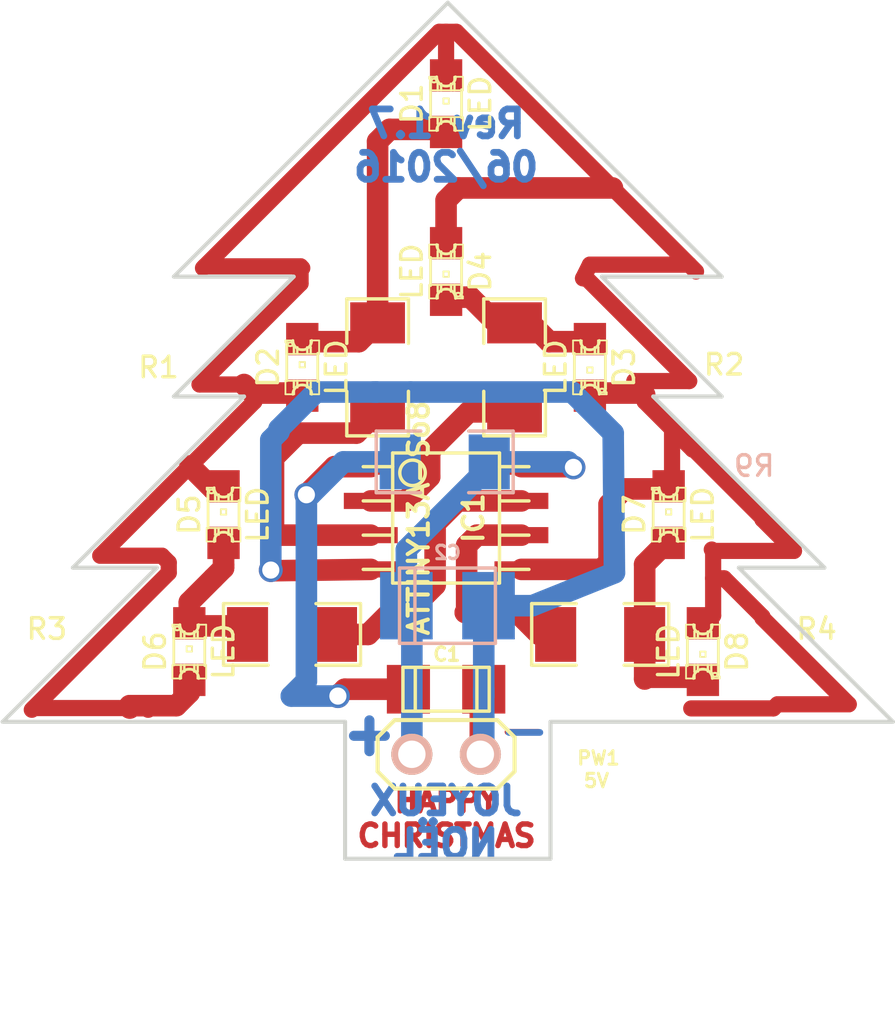
<source format=kicad_pcb>
(kicad_pcb (version 4) (host pcbnew 4.0.1-stable)

  (general
    (links 28)
    (no_connects 0)
    (area 299.962499 171.247999 333.132501 203.148001)
    (thickness 1.6)
    (drawings 48)
    (tracks 168)
    (zones 0)
    (modules 17)
    (nets 13)
  )

  (page A3)
  (title_block
    (title "Tiny Christmas Tree")
    (rev 1.7)
    (company Mic-Josi)
    (comment 1 "ATtiny13 SMD Chrismas Tree ")
    (comment 2 "8 LEDs Chaser ")
    (comment 3 "Animation 8 LEDs")
  )

  (layers
    (0 F.Cu signal)
    (31 B.Cu signal)
    (32 B.Adhes user hide)
    (33 F.Adhes user)
    (34 B.Paste user hide)
    (35 F.Paste user)
    (36 B.SilkS user hide)
    (37 F.SilkS user)
    (38 B.Mask user hide)
    (39 F.Mask user)
    (40 Dwgs.User user hide)
    (41 Cmts.User user)
    (42 Eco1.User user)
    (43 Eco2.User user)
    (44 Edge.Cuts user)
  )

  (setup
    (last_trace_width 0.254)
    (user_trace_width 0.5)
    (user_trace_width 0.6)
    (user_trace_width 0.8)
    (user_trace_width 1.2)
    (trace_clearance 0.254)
    (zone_clearance 0.508)
    (zone_45_only no)
    (trace_min 0.254)
    (segment_width 0.2)
    (edge_width 0.15)
    (via_size 0.889)
    (via_drill 0.635)
    (via_min_size 0.889)
    (via_min_drill 0.508)
    (uvia_size 0.508)
    (uvia_drill 0.127)
    (uvias_allowed no)
    (uvia_min_size 0.508)
    (uvia_min_drill 0.127)
    (pcb_text_width 0.3)
    (pcb_text_size 1 1)
    (mod_edge_width 0.15)
    (mod_text_size 1 1)
    (mod_text_width 0.15)
    (pad_size 1.524 1.524)
    (pad_drill 1.016)
    (pad_to_mask_clearance 0)
    (aux_axis_origin 0 0)
    (visible_elements 7FFFFFFF)
    (pcbplotparams
      (layerselection 0x00030_80000001)
      (usegerberextensions true)
      (excludeedgelayer true)
      (linewidth 0.150000)
      (plotframeref false)
      (viasonmask false)
      (mode 1)
      (useauxorigin false)
      (hpglpennumber 1)
      (hpglpenspeed 20)
      (hpglpendiameter 15)
      (hpglpenoverlay 2)
      (psnegative false)
      (psa4output false)
      (plotreference true)
      (plotvalue true)
      (plotinvisibletext false)
      (padsonsilk false)
      (subtractmaskfromsilk false)
      (outputformat 1)
      (mirror false)
      (drillshape 0)
      (scaleselection 1)
      (outputdirectory ""))
  )

  (net 0 "")
  (net 1 +5V)
  (net 2 GND)
  (net 3 "Net-(C1-Pad2)")
  (net 4 "Net-(D1-Pad1)")
  (net 5 "Net-(D1-Pad2)")
  (net 6 "Net-(D3-Pad1)")
  (net 7 "Net-(D5-Pad1)")
  (net 8 "Net-(D7-Pad1)")
  (net 9 "Net-(IC1-Pad2)")
  (net 10 "Net-(IC1-Pad3)")
  (net 11 "Net-(IC1-Pad6)")
  (net 12 "Net-(IC1-Pad7)")

  (net_class Default "This is the default net class."
    (clearance 0.254)
    (trace_width 0.254)
    (via_dia 0.889)
    (via_drill 0.635)
    (uvia_dia 0.508)
    (uvia_drill 0.127)
    (add_net +5V)
    (add_net GND)
    (add_net "Net-(C1-Pad2)")
    (add_net "Net-(D1-Pad1)")
    (add_net "Net-(D1-Pad2)")
    (add_net "Net-(D3-Pad1)")
    (add_net "Net-(D5-Pad1)")
    (add_net "Net-(D7-Pad1)")
    (add_net "Net-(IC1-Pad2)")
    (add_net "Net-(IC1-Pad3)")
    (add_net "Net-(IC1-Pad6)")
    (add_net "Net-(IC1-Pad7)")
  )

  (module pinhead-1-2X01 (layer F.Cu) (tedit 53B849DF) (tstamp 53389000)
    (at 316.484 197.9295 90)
    (descr "PIN HEADER - 2.54")
    (tags "PIN HEADER - 2.54")
    (path /53388D4A)
    (attr virtual)
    (fp_text reference PW1 (at -1.4097 5.6515 180) (layer F.SilkS)
      (effects (font (size 0.5 0.5) (thickness 0.11)))
    )
    (fp_text value 5V (at -2.2479 5.5753 180) (layer F.SilkS)
      (effects (font (size 0.5 0.5) (thickness 0.11)))
    )
    (fp_line (start -1.524 1.524) (end -1.016 1.524) (layer F.SilkS) (width 0.06604))
    (fp_line (start -1.016 1.524) (end -1.016 1.016) (layer F.SilkS) (width 0.06604))
    (fp_line (start -1.524 1.016) (end -1.016 1.016) (layer F.SilkS) (width 0.06604))
    (fp_line (start -1.524 1.524) (end -1.524 1.016) (layer F.SilkS) (width 0.06604))
    (fp_line (start -1.524 -1.016) (end -1.016 -1.016) (layer F.SilkS) (width 0.06604))
    (fp_line (start -1.016 -1.016) (end -1.016 -1.524) (layer F.SilkS) (width 0.06604))
    (fp_line (start -1.524 -1.524) (end -1.016 -1.524) (layer F.SilkS) (width 0.06604))
    (fp_line (start -1.524 -1.016) (end -1.524 -1.524) (layer F.SilkS) (width 0.06604))
    (fp_line (start -2.54 1.905) (end -1.905 2.54) (layer F.SilkS) (width 0.1524))
    (fp_line (start -0.635 2.54) (end 0 1.905) (layer F.SilkS) (width 0.1524))
    (fp_line (start -2.54 1.905) (end -2.54 -1.905) (layer F.SilkS) (width 0.1524))
    (fp_line (start -2.54 -1.905) (end -1.905 -2.54) (layer F.SilkS) (width 0.1524))
    (fp_line (start -1.905 -2.54) (end -0.635 -2.54) (layer F.SilkS) (width 0.1524))
    (fp_line (start -0.635 -2.54) (end 0 -1.905) (layer F.SilkS) (width 0.1524))
    (fp_line (start 0 -1.905) (end 0 1.905) (layer F.SilkS) (width 0.1524))
    (fp_line (start -1.905 2.54) (end -0.635 2.54) (layer F.SilkS) (width 0.1524))
    (pad 1 thru_hole circle (at -1.27 1.27 90) (size 1.524 1.524) (drill 1.016) (layers *.Cu *.Paste *.SilkS F.Mask)
      (net 2 GND))
    (pad 2 thru_hole circle (at -1.27 -1.27 90) (size 1.524 1.524) (drill 1.016) (layers *.Cu *.Paste *.SilkS *.Mask)
      (net 1 +5V))
  )

  (module SM1206 (layer B.Cu) (tedit 53DBF930) (tstamp 53B82BD5)
    (at 316.4332 188.3537)
    (path /52CA7003)
    (attr smd)
    (fp_text reference R9 (at 11.4808 0.1524) (layer B.SilkS)
      (effects (font (size 0.762 0.762) (thickness 0.127)) (justify mirror))
    )
    (fp_text value 10K (at 13.6652 0.1016) (layer B.SilkS) hide
      (effects (font (size 0.762 0.762) (thickness 0.127)) (justify mirror))
    )
    (fp_line (start -2.54 1.143) (end -2.54 -1.143) (layer B.SilkS) (width 0.127))
    (fp_line (start -2.54 -1.143) (end -0.889 -1.143) (layer B.SilkS) (width 0.127))
    (fp_line (start 0.889 1.143) (end 2.54 1.143) (layer B.SilkS) (width 0.127))
    (fp_line (start 2.54 1.143) (end 2.54 -1.143) (layer B.SilkS) (width 0.127))
    (fp_line (start 2.54 -1.143) (end 0.889 -1.143) (layer B.SilkS) (width 0.127))
    (fp_line (start -0.889 1.143) (end -2.54 1.143) (layer B.SilkS) (width 0.127))
    (pad 1 smd rect (at -1.651 0) (size 1.524 2.032) (layers B.Cu B.Paste B.Mask)
      (net 3 "Net-(C1-Pad2)"))
    (pad 2 smd rect (at 1.651 0) (size 1.524 2.032) (layers B.Cu B.Paste B.Mask)
      (net 1 +5V))
    (model smd/chip_cms.wrl
      (at (xyz 0 0 0))
      (scale (xyz 0.17 0.16 0.16))
      (rotate (xyz 0 0 0))
    )
  )

  (module SM1206 (layer F.Cu) (tedit 53DBF861) (tstamp 53B802F1)
    (at 319.024 184.8485 90)
    (path /52C9CD43)
    (attr smd)
    (fp_text reference R2 (at 0.1016 7.7724 180) (layer F.SilkS)
      (effects (font (size 0.762 0.762) (thickness 0.127)))
    )
    (fp_text value R (at 0 0 90) (layer F.SilkS) hide
      (effects (font (size 0.762 0.762) (thickness 0.127)))
    )
    (fp_line (start -2.54 -1.143) (end -2.54 1.143) (layer F.SilkS) (width 0.127))
    (fp_line (start -2.54 1.143) (end -0.889 1.143) (layer F.SilkS) (width 0.127))
    (fp_line (start 0.889 -1.143) (end 2.54 -1.143) (layer F.SilkS) (width 0.127))
    (fp_line (start 2.54 -1.143) (end 2.54 1.143) (layer F.SilkS) (width 0.127))
    (fp_line (start 2.54 1.143) (end 0.889 1.143) (layer F.SilkS) (width 0.127))
    (fp_line (start -0.889 -1.143) (end -2.54 -1.143) (layer F.SilkS) (width 0.127))
    (pad 1 smd rect (at -1.651 0 90) (size 1.524 2.032) (layers F.Cu F.Paste F.Mask)
      (net 9 "Net-(IC1-Pad2)"))
    (pad 2 smd rect (at 1.651 0 90) (size 1.524 2.032) (layers F.Cu F.Paste F.Mask)
      (net 6 "Net-(D3-Pad1)"))
    (model smd/chip_cms.wrl
      (at (xyz 0 0 0))
      (scale (xyz 0.17 0.16 0.16))
      (rotate (xyz 0 0 0))
    )
  )

  (module SM1206 (layer F.Cu) (tedit 53DBEE4F) (tstamp 53B802FD)
    (at 322.199 194.7545)
    (path /52C9CDA5)
    (attr smd)
    (fp_text reference R4 (at 8.0264 -0.2032) (layer F.SilkS)
      (effects (font (size 0.762 0.762) (thickness 0.127)))
    )
    (fp_text value R (at 0 0) (layer F.SilkS) hide
      (effects (font (size 0.762 0.762) (thickness 0.127)))
    )
    (fp_line (start -2.54 -1.143) (end -2.54 1.143) (layer F.SilkS) (width 0.127))
    (fp_line (start -2.54 1.143) (end -0.889 1.143) (layer F.SilkS) (width 0.127))
    (fp_line (start 0.889 -1.143) (end 2.54 -1.143) (layer F.SilkS) (width 0.127))
    (fp_line (start 2.54 -1.143) (end 2.54 1.143) (layer F.SilkS) (width 0.127))
    (fp_line (start 2.54 1.143) (end 0.889 1.143) (layer F.SilkS) (width 0.127))
    (fp_line (start -0.889 -1.143) (end -2.54 -1.143) (layer F.SilkS) (width 0.127))
    (pad 1 smd rect (at -1.651 0) (size 1.524 2.032) (layers F.Cu F.Paste F.Mask)
      (net 11 "Net-(IC1-Pad6)"))
    (pad 2 smd rect (at 1.651 0) (size 1.524 2.032) (layers F.Cu F.Paste F.Mask)
      (net 8 "Net-(D7-Pad1)"))
    (model smd/chip_cms.wrl
      (at (xyz 0 0 0))
      (scale (xyz 0.17 0.16 0.16))
      (rotate (xyz 0 0 0))
    )
  )

  (module SM1206 (layer F.Cu) (tedit 53D962E3) (tstamp 53B80309)
    (at 313.944 184.8485 270)
    (path /53B81C3F)
    (attr smd)
    (fp_text reference R1 (at 0 8.128 360) (layer F.SilkS)
      (effects (font (size 0.762 0.762) (thickness 0.127)))
    )
    (fp_text value R (at 0 0 270) (layer F.SilkS) hide
      (effects (font (size 0.762 0.762) (thickness 0.127)))
    )
    (fp_line (start -2.54 -1.143) (end -2.54 1.143) (layer F.SilkS) (width 0.127))
    (fp_line (start -2.54 1.143) (end -0.889 1.143) (layer F.SilkS) (width 0.127))
    (fp_line (start 0.889 -1.143) (end 2.54 -1.143) (layer F.SilkS) (width 0.127))
    (fp_line (start 2.54 -1.143) (end 2.54 1.143) (layer F.SilkS) (width 0.127))
    (fp_line (start 2.54 1.143) (end 0.889 1.143) (layer F.SilkS) (width 0.127))
    (fp_line (start -0.889 -1.143) (end -2.54 -1.143) (layer F.SilkS) (width 0.127))
    (pad 1 smd rect (at -1.651 0 270) (size 1.524 2.032) (layers F.Cu F.Paste F.Mask)
      (net 4 "Net-(D1-Pad1)"))
    (pad 2 smd rect (at 1.651 0 270) (size 1.524 2.032) (layers F.Cu F.Paste F.Mask)
      (net 10 "Net-(IC1-Pad3)"))
    (model smd/chip_cms.wrl
      (at (xyz 0 0 0))
      (scale (xyz 0.17 0.16 0.16))
      (rotate (xyz 0 0 0))
    )
  )

  (module SM1206 (layer F.Cu) (tedit 53DBEE48) (tstamp 53B80315)
    (at 310.769 194.7545 180)
    (path /52C9CD9F)
    (attr smd)
    (fp_text reference R3 (at 9.0932 0.2032 180) (layer F.SilkS)
      (effects (font (size 0.762 0.762) (thickness 0.127)))
    )
    (fp_text value R (at 0 0 180) (layer F.SilkS) hide
      (effects (font (size 0.762 0.762) (thickness 0.127)))
    )
    (fp_line (start -2.54 -1.143) (end -2.54 1.143) (layer F.SilkS) (width 0.127))
    (fp_line (start -2.54 1.143) (end -0.889 1.143) (layer F.SilkS) (width 0.127))
    (fp_line (start 0.889 -1.143) (end 2.54 -1.143) (layer F.SilkS) (width 0.127))
    (fp_line (start 2.54 -1.143) (end 2.54 1.143) (layer F.SilkS) (width 0.127))
    (fp_line (start 2.54 1.143) (end 0.889 1.143) (layer F.SilkS) (width 0.127))
    (fp_line (start -0.889 -1.143) (end -2.54 -1.143) (layer F.SilkS) (width 0.127))
    (pad 1 smd rect (at -1.651 0 180) (size 1.524 2.032) (layers F.Cu F.Paste F.Mask)
      (net 12 "Net-(IC1-Pad7)"))
    (pad 2 smd rect (at 1.651 0 180) (size 1.524 2.032) (layers F.Cu F.Paste F.Mask)
      (net 7 "Net-(D5-Pad1)"))
    (model smd/chip_cms.wrl
      (at (xyz 0 0 0))
      (scale (xyz 0.17 0.16 0.16))
      (rotate (xyz 0 0 0))
    )
  )

  (module w_smd_cap:c_1206 (layer F.Cu) (tedit 490473F0) (tstamp 570CC20A)
    (at 316.484 196.7865)
    (descr "SMT capacitor, 1206")
    (path /52CA702D)
    (fp_text reference C1 (at 0.0254 -1.2954) (layer F.SilkS)
      (effects (font (size 0.50038 0.50038) (thickness 0.11938)))
    )
    (fp_text value 100nF (at 0 1.27) (layer F.SilkS) hide
      (effects (font (size 0.50038 0.50038) (thickness 0.11938)))
    )
    (fp_line (start 1.143 0.8128) (end 1.143 -0.8128) (layer F.SilkS) (width 0.127))
    (fp_line (start -1.143 -0.8128) (end -1.143 0.8128) (layer F.SilkS) (width 0.127))
    (fp_line (start -1.6002 -0.8128) (end -1.6002 0.8128) (layer F.SilkS) (width 0.127))
    (fp_line (start -1.6002 0.8128) (end 1.6002 0.8128) (layer F.SilkS) (width 0.127))
    (fp_line (start 1.6002 0.8128) (end 1.6002 -0.8128) (layer F.SilkS) (width 0.127))
    (fp_line (start 1.6002 -0.8128) (end -1.6002 -0.8128) (layer F.SilkS) (width 0.127))
    (pad 1 smd rect (at 1.397 0) (size 1.6002 1.8034) (layers F.Cu F.Paste F.Mask)
      (net 2 GND))
    (pad 2 smd rect (at -1.397 0) (size 1.6002 1.8034) (layers F.Cu F.Paste F.Mask)
      (net 3 "Net-(C1-Pad2)"))
    (model walter/smd_cap/c_1206.wrl
      (at (xyz 0 0 0))
      (scale (xyz 1 1 1))
      (rotate (xyz 0 0 0))
    )
  )

  (module w_smd_cap:c_tant_B (layer B.Cu) (tedit 4D5D91C5) (tstamp 570CC20F)
    (at 316.5348 193.6877 180)
    (descr "SMT capacitor, tantalum size B")
    (path /5324BB78)
    (fp_text reference C2 (at 0 1.9685 180) (layer B.SilkS)
      (effects (font (size 0.50038 0.50038) (thickness 0.11938)) (justify mirror))
    )
    (fp_text value 10uF (at 0 -1.9685 180) (layer B.SilkS) hide
      (effects (font (size 0.50038 0.50038) (thickness 0.11938)) (justify mirror))
    )
    (fp_line (start 1.2065 1.397) (end 1.2065 -1.397) (layer B.SilkS) (width 0.127))
    (fp_line (start 1.778 1.397) (end -1.778 1.397) (layer B.SilkS) (width 0.127))
    (fp_line (start -1.778 1.397) (end -1.778 -1.397) (layer B.SilkS) (width 0.127))
    (fp_line (start -1.778 -1.397) (end 1.778 -1.397) (layer B.SilkS) (width 0.127))
    (fp_line (start 1.778 -1.397) (end 1.778 1.397) (layer B.SilkS) (width 0.127))
    (pad 1 smd rect (at 1.524 0 180) (size 1.95072 2.49936) (layers B.Cu B.Paste B.Mask)
      (net 1 +5V))
    (pad 2 smd rect (at -1.524 0 180) (size 1.95072 2.49936) (layers B.Cu B.Paste B.Mask)
      (net 2 GND))
    (model walter/smd_cap/c_tant_B.wrl
      (at (xyz 0 0 0))
      (scale (xyz 1 1 1))
      (rotate (xyz 0 0 0))
    )
  )

  (module led:LED-0805 (layer F.Cu) (tedit 49DC4C0B) (tstamp 570CC214)
    (at 316.484 175.0695 90)
    (descr "LED 0805 smd package")
    (tags "LED 0805 SMD")
    (path /52C9CCA2)
    (attr smd)
    (fp_text reference D1 (at 0 -1.27 90) (layer F.SilkS)
      (effects (font (size 0.762 0.762) (thickness 0.127)))
    )
    (fp_text value LED (at 0 1.27 90) (layer F.SilkS)
      (effects (font (size 0.762 0.762) (thickness 0.127)))
    )
    (fp_line (start 0.49784 0.29972) (end 0.49784 0.62484) (layer F.SilkS) (width 0.06604))
    (fp_line (start 0.49784 0.62484) (end 0.99822 0.62484) (layer F.SilkS) (width 0.06604))
    (fp_line (start 0.99822 0.29972) (end 0.99822 0.62484) (layer F.SilkS) (width 0.06604))
    (fp_line (start 0.49784 0.29972) (end 0.99822 0.29972) (layer F.SilkS) (width 0.06604))
    (fp_line (start 0.49784 -0.32258) (end 0.49784 -0.17272) (layer F.SilkS) (width 0.06604))
    (fp_line (start 0.49784 -0.17272) (end 0.7493 -0.17272) (layer F.SilkS) (width 0.06604))
    (fp_line (start 0.7493 -0.32258) (end 0.7493 -0.17272) (layer F.SilkS) (width 0.06604))
    (fp_line (start 0.49784 -0.32258) (end 0.7493 -0.32258) (layer F.SilkS) (width 0.06604))
    (fp_line (start 0.49784 0.17272) (end 0.49784 0.32258) (layer F.SilkS) (width 0.06604))
    (fp_line (start 0.49784 0.32258) (end 0.7493 0.32258) (layer F.SilkS) (width 0.06604))
    (fp_line (start 0.7493 0.17272) (end 0.7493 0.32258) (layer F.SilkS) (width 0.06604))
    (fp_line (start 0.49784 0.17272) (end 0.7493 0.17272) (layer F.SilkS) (width 0.06604))
    (fp_line (start 0.49784 -0.19812) (end 0.49784 0.19812) (layer F.SilkS) (width 0.06604))
    (fp_line (start 0.49784 0.19812) (end 0.6731 0.19812) (layer F.SilkS) (width 0.06604))
    (fp_line (start 0.6731 -0.19812) (end 0.6731 0.19812) (layer F.SilkS) (width 0.06604))
    (fp_line (start 0.49784 -0.19812) (end 0.6731 -0.19812) (layer F.SilkS) (width 0.06604))
    (fp_line (start -0.99822 0.29972) (end -0.99822 0.62484) (layer F.SilkS) (width 0.06604))
    (fp_line (start -0.99822 0.62484) (end -0.49784 0.62484) (layer F.SilkS) (width 0.06604))
    (fp_line (start -0.49784 0.29972) (end -0.49784 0.62484) (layer F.SilkS) (width 0.06604))
    (fp_line (start -0.99822 0.29972) (end -0.49784 0.29972) (layer F.SilkS) (width 0.06604))
    (fp_line (start -0.99822 -0.62484) (end -0.99822 -0.29972) (layer F.SilkS) (width 0.06604))
    (fp_line (start -0.99822 -0.29972) (end -0.49784 -0.29972) (layer F.SilkS) (width 0.06604))
    (fp_line (start -0.49784 -0.62484) (end -0.49784 -0.29972) (layer F.SilkS) (width 0.06604))
    (fp_line (start -0.99822 -0.62484) (end -0.49784 -0.62484) (layer F.SilkS) (width 0.06604))
    (fp_line (start -0.7493 0.17272) (end -0.7493 0.32258) (layer F.SilkS) (width 0.06604))
    (fp_line (start -0.7493 0.32258) (end -0.49784 0.32258) (layer F.SilkS) (width 0.06604))
    (fp_line (start -0.49784 0.17272) (end -0.49784 0.32258) (layer F.SilkS) (width 0.06604))
    (fp_line (start -0.7493 0.17272) (end -0.49784 0.17272) (layer F.SilkS) (width 0.06604))
    (fp_line (start -0.7493 -0.32258) (end -0.7493 -0.17272) (layer F.SilkS) (width 0.06604))
    (fp_line (start -0.7493 -0.17272) (end -0.49784 -0.17272) (layer F.SilkS) (width 0.06604))
    (fp_line (start -0.49784 -0.32258) (end -0.49784 -0.17272) (layer F.SilkS) (width 0.06604))
    (fp_line (start -0.7493 -0.32258) (end -0.49784 -0.32258) (layer F.SilkS) (width 0.06604))
    (fp_line (start -0.6731 -0.19812) (end -0.6731 0.19812) (layer F.SilkS) (width 0.06604))
    (fp_line (start -0.6731 0.19812) (end -0.49784 0.19812) (layer F.SilkS) (width 0.06604))
    (fp_line (start -0.49784 -0.19812) (end -0.49784 0.19812) (layer F.SilkS) (width 0.06604))
    (fp_line (start -0.6731 -0.19812) (end -0.49784 -0.19812) (layer F.SilkS) (width 0.06604))
    (fp_line (start 0 -0.09906) (end 0 0.09906) (layer F.SilkS) (width 0.06604))
    (fp_line (start 0 0.09906) (end 0.19812 0.09906) (layer F.SilkS) (width 0.06604))
    (fp_line (start 0.19812 -0.09906) (end 0.19812 0.09906) (layer F.SilkS) (width 0.06604))
    (fp_line (start 0 -0.09906) (end 0.19812 -0.09906) (layer F.SilkS) (width 0.06604))
    (fp_line (start 0.49784 -0.59944) (end 0.49784 -0.29972) (layer F.SilkS) (width 0.06604))
    (fp_line (start 0.49784 -0.29972) (end 0.79756 -0.29972) (layer F.SilkS) (width 0.06604))
    (fp_line (start 0.79756 -0.59944) (end 0.79756 -0.29972) (layer F.SilkS) (width 0.06604))
    (fp_line (start 0.49784 -0.59944) (end 0.79756 -0.59944) (layer F.SilkS) (width 0.06604))
    (fp_line (start 0.92456 -0.62484) (end 0.92456 -0.39878) (layer F.SilkS) (width 0.06604))
    (fp_line (start 0.92456 -0.39878) (end 0.99822 -0.39878) (layer F.SilkS) (width 0.06604))
    (fp_line (start 0.99822 -0.62484) (end 0.99822 -0.39878) (layer F.SilkS) (width 0.06604))
    (fp_line (start 0.92456 -0.62484) (end 0.99822 -0.62484) (layer F.SilkS) (width 0.06604))
    (fp_line (start 0.52324 0.57404) (end -0.52324 0.57404) (layer F.SilkS) (width 0.1016))
    (fp_line (start -0.49784 -0.57404) (end 0.92456 -0.57404) (layer F.SilkS) (width 0.1016))
    (fp_circle (center 0.84836 -0.44958) (end 0.89916 -0.50038) (layer F.SilkS) (width 0.0508))
    (fp_arc (start 0.99822 0) (end 0.99822 0.34798) (angle 180) (layer F.SilkS) (width 0.1016))
    (fp_arc (start -0.99822 0) (end -0.99822 -0.34798) (angle 180) (layer F.SilkS) (width 0.1016))
    (pad 1 smd rect (at -1.04902 0 90) (size 1.19888 1.19888) (layers F.Cu F.Paste F.Mask)
      (net 4 "Net-(D1-Pad1)"))
    (pad 2 smd rect (at 1.04902 0 90) (size 1.19888 1.19888) (layers F.Cu F.Paste F.Mask)
      (net 5 "Net-(D1-Pad2)"))
    (model Walter-smd/smd_leds/0805_blue.wrl
      (at (xyz 0 0 0))
      (scale (xyz 1 1 1))
      (rotate (xyz 0 0 0))
    )
  )

  (module led:LED-0805 (layer F.Cu) (tedit 49DC4C0B) (tstamp 570CC219)
    (at 311.15 184.8485 90)
    (descr "LED 0805 smd package")
    (tags "LED 0805 SMD")
    (path /52C9CD5B)
    (attr smd)
    (fp_text reference D2 (at 0 -1.27 90) (layer F.SilkS)
      (effects (font (size 0.762 0.762) (thickness 0.127)))
    )
    (fp_text value LED (at 0 1.27 90) (layer F.SilkS)
      (effects (font (size 0.762 0.762) (thickness 0.127)))
    )
    (fp_line (start 0.49784 0.29972) (end 0.49784 0.62484) (layer F.SilkS) (width 0.06604))
    (fp_line (start 0.49784 0.62484) (end 0.99822 0.62484) (layer F.SilkS) (width 0.06604))
    (fp_line (start 0.99822 0.29972) (end 0.99822 0.62484) (layer F.SilkS) (width 0.06604))
    (fp_line (start 0.49784 0.29972) (end 0.99822 0.29972) (layer F.SilkS) (width 0.06604))
    (fp_line (start 0.49784 -0.32258) (end 0.49784 -0.17272) (layer F.SilkS) (width 0.06604))
    (fp_line (start 0.49784 -0.17272) (end 0.7493 -0.17272) (layer F.SilkS) (width 0.06604))
    (fp_line (start 0.7493 -0.32258) (end 0.7493 -0.17272) (layer F.SilkS) (width 0.06604))
    (fp_line (start 0.49784 -0.32258) (end 0.7493 -0.32258) (layer F.SilkS) (width 0.06604))
    (fp_line (start 0.49784 0.17272) (end 0.49784 0.32258) (layer F.SilkS) (width 0.06604))
    (fp_line (start 0.49784 0.32258) (end 0.7493 0.32258) (layer F.SilkS) (width 0.06604))
    (fp_line (start 0.7493 0.17272) (end 0.7493 0.32258) (layer F.SilkS) (width 0.06604))
    (fp_line (start 0.49784 0.17272) (end 0.7493 0.17272) (layer F.SilkS) (width 0.06604))
    (fp_line (start 0.49784 -0.19812) (end 0.49784 0.19812) (layer F.SilkS) (width 0.06604))
    (fp_line (start 0.49784 0.19812) (end 0.6731 0.19812) (layer F.SilkS) (width 0.06604))
    (fp_line (start 0.6731 -0.19812) (end 0.6731 0.19812) (layer F.SilkS) (width 0.06604))
    (fp_line (start 0.49784 -0.19812) (end 0.6731 -0.19812) (layer F.SilkS) (width 0.06604))
    (fp_line (start -0.99822 0.29972) (end -0.99822 0.62484) (layer F.SilkS) (width 0.06604))
    (fp_line (start -0.99822 0.62484) (end -0.49784 0.62484) (layer F.SilkS) (width 0.06604))
    (fp_line (start -0.49784 0.29972) (end -0.49784 0.62484) (layer F.SilkS) (width 0.06604))
    (fp_line (start -0.99822 0.29972) (end -0.49784 0.29972) (layer F.SilkS) (width 0.06604))
    (fp_line (start -0.99822 -0.62484) (end -0.99822 -0.29972) (layer F.SilkS) (width 0.06604))
    (fp_line (start -0.99822 -0.29972) (end -0.49784 -0.29972) (layer F.SilkS) (width 0.06604))
    (fp_line (start -0.49784 -0.62484) (end -0.49784 -0.29972) (layer F.SilkS) (width 0.06604))
    (fp_line (start -0.99822 -0.62484) (end -0.49784 -0.62484) (layer F.SilkS) (width 0.06604))
    (fp_line (start -0.7493 0.17272) (end -0.7493 0.32258) (layer F.SilkS) (width 0.06604))
    (fp_line (start -0.7493 0.32258) (end -0.49784 0.32258) (layer F.SilkS) (width 0.06604))
    (fp_line (start -0.49784 0.17272) (end -0.49784 0.32258) (layer F.SilkS) (width 0.06604))
    (fp_line (start -0.7493 0.17272) (end -0.49784 0.17272) (layer F.SilkS) (width 0.06604))
    (fp_line (start -0.7493 -0.32258) (end -0.7493 -0.17272) (layer F.SilkS) (width 0.06604))
    (fp_line (start -0.7493 -0.17272) (end -0.49784 -0.17272) (layer F.SilkS) (width 0.06604))
    (fp_line (start -0.49784 -0.32258) (end -0.49784 -0.17272) (layer F.SilkS) (width 0.06604))
    (fp_line (start -0.7493 -0.32258) (end -0.49784 -0.32258) (layer F.SilkS) (width 0.06604))
    (fp_line (start -0.6731 -0.19812) (end -0.6731 0.19812) (layer F.SilkS) (width 0.06604))
    (fp_line (start -0.6731 0.19812) (end -0.49784 0.19812) (layer F.SilkS) (width 0.06604))
    (fp_line (start -0.49784 -0.19812) (end -0.49784 0.19812) (layer F.SilkS) (width 0.06604))
    (fp_line (start -0.6731 -0.19812) (end -0.49784 -0.19812) (layer F.SilkS) (width 0.06604))
    (fp_line (start 0 -0.09906) (end 0 0.09906) (layer F.SilkS) (width 0.06604))
    (fp_line (start 0 0.09906) (end 0.19812 0.09906) (layer F.SilkS) (width 0.06604))
    (fp_line (start 0.19812 -0.09906) (end 0.19812 0.09906) (layer F.SilkS) (width 0.06604))
    (fp_line (start 0 -0.09906) (end 0.19812 -0.09906) (layer F.SilkS) (width 0.06604))
    (fp_line (start 0.49784 -0.59944) (end 0.49784 -0.29972) (layer F.SilkS) (width 0.06604))
    (fp_line (start 0.49784 -0.29972) (end 0.79756 -0.29972) (layer F.SilkS) (width 0.06604))
    (fp_line (start 0.79756 -0.59944) (end 0.79756 -0.29972) (layer F.SilkS) (width 0.06604))
    (fp_line (start 0.49784 -0.59944) (end 0.79756 -0.59944) (layer F.SilkS) (width 0.06604))
    (fp_line (start 0.92456 -0.62484) (end 0.92456 -0.39878) (layer F.SilkS) (width 0.06604))
    (fp_line (start 0.92456 -0.39878) (end 0.99822 -0.39878) (layer F.SilkS) (width 0.06604))
    (fp_line (start 0.99822 -0.62484) (end 0.99822 -0.39878) (layer F.SilkS) (width 0.06604))
    (fp_line (start 0.92456 -0.62484) (end 0.99822 -0.62484) (layer F.SilkS) (width 0.06604))
    (fp_line (start 0.52324 0.57404) (end -0.52324 0.57404) (layer F.SilkS) (width 0.1016))
    (fp_line (start -0.49784 -0.57404) (end 0.92456 -0.57404) (layer F.SilkS) (width 0.1016))
    (fp_circle (center 0.84836 -0.44958) (end 0.89916 -0.50038) (layer F.SilkS) (width 0.0508))
    (fp_arc (start 0.99822 0) (end 0.99822 0.34798) (angle 180) (layer F.SilkS) (width 0.1016))
    (fp_arc (start -0.99822 0) (end -0.99822 -0.34798) (angle 180) (layer F.SilkS) (width 0.1016))
    (pad 1 smd rect (at -1.04902 0 90) (size 1.19888 1.19888) (layers F.Cu F.Paste F.Mask)
      (net 5 "Net-(D1-Pad2)"))
    (pad 2 smd rect (at 1.04902 0 90) (size 1.19888 1.19888) (layers F.Cu F.Paste F.Mask)
      (net 4 "Net-(D1-Pad1)"))
    (model Walter-smd/smd_leds/0805_green.wrl
      (at (xyz 0 0 0))
      (scale (xyz 1 1 1))
      (rotate (xyz 0 0 0))
    )
  )

  (module led:LED-0805 (layer F.Cu) (tedit 49DC4C0B) (tstamp 570CC21E)
    (at 321.818 184.8485 270)
    (descr "LED 0805 smd package")
    (tags "LED 0805 SMD")
    (path /52C9CCE6)
    (attr smd)
    (fp_text reference D3 (at 0 -1.27 270) (layer F.SilkS)
      (effects (font (size 0.762 0.762) (thickness 0.127)))
    )
    (fp_text value LED (at 0 1.27 270) (layer F.SilkS)
      (effects (font (size 0.762 0.762) (thickness 0.127)))
    )
    (fp_line (start 0.49784 0.29972) (end 0.49784 0.62484) (layer F.SilkS) (width 0.06604))
    (fp_line (start 0.49784 0.62484) (end 0.99822 0.62484) (layer F.SilkS) (width 0.06604))
    (fp_line (start 0.99822 0.29972) (end 0.99822 0.62484) (layer F.SilkS) (width 0.06604))
    (fp_line (start 0.49784 0.29972) (end 0.99822 0.29972) (layer F.SilkS) (width 0.06604))
    (fp_line (start 0.49784 -0.32258) (end 0.49784 -0.17272) (layer F.SilkS) (width 0.06604))
    (fp_line (start 0.49784 -0.17272) (end 0.7493 -0.17272) (layer F.SilkS) (width 0.06604))
    (fp_line (start 0.7493 -0.32258) (end 0.7493 -0.17272) (layer F.SilkS) (width 0.06604))
    (fp_line (start 0.49784 -0.32258) (end 0.7493 -0.32258) (layer F.SilkS) (width 0.06604))
    (fp_line (start 0.49784 0.17272) (end 0.49784 0.32258) (layer F.SilkS) (width 0.06604))
    (fp_line (start 0.49784 0.32258) (end 0.7493 0.32258) (layer F.SilkS) (width 0.06604))
    (fp_line (start 0.7493 0.17272) (end 0.7493 0.32258) (layer F.SilkS) (width 0.06604))
    (fp_line (start 0.49784 0.17272) (end 0.7493 0.17272) (layer F.SilkS) (width 0.06604))
    (fp_line (start 0.49784 -0.19812) (end 0.49784 0.19812) (layer F.SilkS) (width 0.06604))
    (fp_line (start 0.49784 0.19812) (end 0.6731 0.19812) (layer F.SilkS) (width 0.06604))
    (fp_line (start 0.6731 -0.19812) (end 0.6731 0.19812) (layer F.SilkS) (width 0.06604))
    (fp_line (start 0.49784 -0.19812) (end 0.6731 -0.19812) (layer F.SilkS) (width 0.06604))
    (fp_line (start -0.99822 0.29972) (end -0.99822 0.62484) (layer F.SilkS) (width 0.06604))
    (fp_line (start -0.99822 0.62484) (end -0.49784 0.62484) (layer F.SilkS) (width 0.06604))
    (fp_line (start -0.49784 0.29972) (end -0.49784 0.62484) (layer F.SilkS) (width 0.06604))
    (fp_line (start -0.99822 0.29972) (end -0.49784 0.29972) (layer F.SilkS) (width 0.06604))
    (fp_line (start -0.99822 -0.62484) (end -0.99822 -0.29972) (layer F.SilkS) (width 0.06604))
    (fp_line (start -0.99822 -0.29972) (end -0.49784 -0.29972) (layer F.SilkS) (width 0.06604))
    (fp_line (start -0.49784 -0.62484) (end -0.49784 -0.29972) (layer F.SilkS) (width 0.06604))
    (fp_line (start -0.99822 -0.62484) (end -0.49784 -0.62484) (layer F.SilkS) (width 0.06604))
    (fp_line (start -0.7493 0.17272) (end -0.7493 0.32258) (layer F.SilkS) (width 0.06604))
    (fp_line (start -0.7493 0.32258) (end -0.49784 0.32258) (layer F.SilkS) (width 0.06604))
    (fp_line (start -0.49784 0.17272) (end -0.49784 0.32258) (layer F.SilkS) (width 0.06604))
    (fp_line (start -0.7493 0.17272) (end -0.49784 0.17272) (layer F.SilkS) (width 0.06604))
    (fp_line (start -0.7493 -0.32258) (end -0.7493 -0.17272) (layer F.SilkS) (width 0.06604))
    (fp_line (start -0.7493 -0.17272) (end -0.49784 -0.17272) (layer F.SilkS) (width 0.06604))
    (fp_line (start -0.49784 -0.32258) (end -0.49784 -0.17272) (layer F.SilkS) (width 0.06604))
    (fp_line (start -0.7493 -0.32258) (end -0.49784 -0.32258) (layer F.SilkS) (width 0.06604))
    (fp_line (start -0.6731 -0.19812) (end -0.6731 0.19812) (layer F.SilkS) (width 0.06604))
    (fp_line (start -0.6731 0.19812) (end -0.49784 0.19812) (layer F.SilkS) (width 0.06604))
    (fp_line (start -0.49784 -0.19812) (end -0.49784 0.19812) (layer F.SilkS) (width 0.06604))
    (fp_line (start -0.6731 -0.19812) (end -0.49784 -0.19812) (layer F.SilkS) (width 0.06604))
    (fp_line (start 0 -0.09906) (end 0 0.09906) (layer F.SilkS) (width 0.06604))
    (fp_line (start 0 0.09906) (end 0.19812 0.09906) (layer F.SilkS) (width 0.06604))
    (fp_line (start 0.19812 -0.09906) (end 0.19812 0.09906) (layer F.SilkS) (width 0.06604))
    (fp_line (start 0 -0.09906) (end 0.19812 -0.09906) (layer F.SilkS) (width 0.06604))
    (fp_line (start 0.49784 -0.59944) (end 0.49784 -0.29972) (layer F.SilkS) (width 0.06604))
    (fp_line (start 0.49784 -0.29972) (end 0.79756 -0.29972) (layer F.SilkS) (width 0.06604))
    (fp_line (start 0.79756 -0.59944) (end 0.79756 -0.29972) (layer F.SilkS) (width 0.06604))
    (fp_line (start 0.49784 -0.59944) (end 0.79756 -0.59944) (layer F.SilkS) (width 0.06604))
    (fp_line (start 0.92456 -0.62484) (end 0.92456 -0.39878) (layer F.SilkS) (width 0.06604))
    (fp_line (start 0.92456 -0.39878) (end 0.99822 -0.39878) (layer F.SilkS) (width 0.06604))
    (fp_line (start 0.99822 -0.62484) (end 0.99822 -0.39878) (layer F.SilkS) (width 0.06604))
    (fp_line (start 0.92456 -0.62484) (end 0.99822 -0.62484) (layer F.SilkS) (width 0.06604))
    (fp_line (start 0.52324 0.57404) (end -0.52324 0.57404) (layer F.SilkS) (width 0.1016))
    (fp_line (start -0.49784 -0.57404) (end 0.92456 -0.57404) (layer F.SilkS) (width 0.1016))
    (fp_circle (center 0.84836 -0.44958) (end 0.89916 -0.50038) (layer F.SilkS) (width 0.0508))
    (fp_arc (start 0.99822 0) (end 0.99822 0.34798) (angle 180) (layer F.SilkS) (width 0.1016))
    (fp_arc (start -0.99822 0) (end -0.99822 -0.34798) (angle 180) (layer F.SilkS) (width 0.1016))
    (pad 1 smd rect (at -1.04902 0 270) (size 1.19888 1.19888) (layers F.Cu F.Paste F.Mask)
      (net 6 "Net-(D3-Pad1)"))
    (pad 2 smd rect (at 1.04902 0 270) (size 1.19888 1.19888) (layers F.Cu F.Paste F.Mask)
      (net 5 "Net-(D1-Pad2)"))
    (model Walter-smd/smd_leds/0805_green.wrl
      (at (xyz 0 0 0))
      (scale (xyz 1 1 1))
      (rotate (xyz 0 0 0))
    )
  )

  (module led:LED-0805 (layer F.Cu) (tedit 49DC4C0B) (tstamp 570CC223)
    (at 316.484 181.2925 270)
    (descr "LED 0805 smd package")
    (tags "LED 0805 SMD")
    (path /52C9CD55)
    (attr smd)
    (fp_text reference D4 (at 0 -1.27 270) (layer F.SilkS)
      (effects (font (size 0.762 0.762) (thickness 0.127)))
    )
    (fp_text value LED (at 0 1.27 270) (layer F.SilkS)
      (effects (font (size 0.762 0.762) (thickness 0.127)))
    )
    (fp_line (start 0.49784 0.29972) (end 0.49784 0.62484) (layer F.SilkS) (width 0.06604))
    (fp_line (start 0.49784 0.62484) (end 0.99822 0.62484) (layer F.SilkS) (width 0.06604))
    (fp_line (start 0.99822 0.29972) (end 0.99822 0.62484) (layer F.SilkS) (width 0.06604))
    (fp_line (start 0.49784 0.29972) (end 0.99822 0.29972) (layer F.SilkS) (width 0.06604))
    (fp_line (start 0.49784 -0.32258) (end 0.49784 -0.17272) (layer F.SilkS) (width 0.06604))
    (fp_line (start 0.49784 -0.17272) (end 0.7493 -0.17272) (layer F.SilkS) (width 0.06604))
    (fp_line (start 0.7493 -0.32258) (end 0.7493 -0.17272) (layer F.SilkS) (width 0.06604))
    (fp_line (start 0.49784 -0.32258) (end 0.7493 -0.32258) (layer F.SilkS) (width 0.06604))
    (fp_line (start 0.49784 0.17272) (end 0.49784 0.32258) (layer F.SilkS) (width 0.06604))
    (fp_line (start 0.49784 0.32258) (end 0.7493 0.32258) (layer F.SilkS) (width 0.06604))
    (fp_line (start 0.7493 0.17272) (end 0.7493 0.32258) (layer F.SilkS) (width 0.06604))
    (fp_line (start 0.49784 0.17272) (end 0.7493 0.17272) (layer F.SilkS) (width 0.06604))
    (fp_line (start 0.49784 -0.19812) (end 0.49784 0.19812) (layer F.SilkS) (width 0.06604))
    (fp_line (start 0.49784 0.19812) (end 0.6731 0.19812) (layer F.SilkS) (width 0.06604))
    (fp_line (start 0.6731 -0.19812) (end 0.6731 0.19812) (layer F.SilkS) (width 0.06604))
    (fp_line (start 0.49784 -0.19812) (end 0.6731 -0.19812) (layer F.SilkS) (width 0.06604))
    (fp_line (start -0.99822 0.29972) (end -0.99822 0.62484) (layer F.SilkS) (width 0.06604))
    (fp_line (start -0.99822 0.62484) (end -0.49784 0.62484) (layer F.SilkS) (width 0.06604))
    (fp_line (start -0.49784 0.29972) (end -0.49784 0.62484) (layer F.SilkS) (width 0.06604))
    (fp_line (start -0.99822 0.29972) (end -0.49784 0.29972) (layer F.SilkS) (width 0.06604))
    (fp_line (start -0.99822 -0.62484) (end -0.99822 -0.29972) (layer F.SilkS) (width 0.06604))
    (fp_line (start -0.99822 -0.29972) (end -0.49784 -0.29972) (layer F.SilkS) (width 0.06604))
    (fp_line (start -0.49784 -0.62484) (end -0.49784 -0.29972) (layer F.SilkS) (width 0.06604))
    (fp_line (start -0.99822 -0.62484) (end -0.49784 -0.62484) (layer F.SilkS) (width 0.06604))
    (fp_line (start -0.7493 0.17272) (end -0.7493 0.32258) (layer F.SilkS) (width 0.06604))
    (fp_line (start -0.7493 0.32258) (end -0.49784 0.32258) (layer F.SilkS) (width 0.06604))
    (fp_line (start -0.49784 0.17272) (end -0.49784 0.32258) (layer F.SilkS) (width 0.06604))
    (fp_line (start -0.7493 0.17272) (end -0.49784 0.17272) (layer F.SilkS) (width 0.06604))
    (fp_line (start -0.7493 -0.32258) (end -0.7493 -0.17272) (layer F.SilkS) (width 0.06604))
    (fp_line (start -0.7493 -0.17272) (end -0.49784 -0.17272) (layer F.SilkS) (width 0.06604))
    (fp_line (start -0.49784 -0.32258) (end -0.49784 -0.17272) (layer F.SilkS) (width 0.06604))
    (fp_line (start -0.7493 -0.32258) (end -0.49784 -0.32258) (layer F.SilkS) (width 0.06604))
    (fp_line (start -0.6731 -0.19812) (end -0.6731 0.19812) (layer F.SilkS) (width 0.06604))
    (fp_line (start -0.6731 0.19812) (end -0.49784 0.19812) (layer F.SilkS) (width 0.06604))
    (fp_line (start -0.49784 -0.19812) (end -0.49784 0.19812) (layer F.SilkS) (width 0.06604))
    (fp_line (start -0.6731 -0.19812) (end -0.49784 -0.19812) (layer F.SilkS) (width 0.06604))
    (fp_line (start 0 -0.09906) (end 0 0.09906) (layer F.SilkS) (width 0.06604))
    (fp_line (start 0 0.09906) (end 0.19812 0.09906) (layer F.SilkS) (width 0.06604))
    (fp_line (start 0.19812 -0.09906) (end 0.19812 0.09906) (layer F.SilkS) (width 0.06604))
    (fp_line (start 0 -0.09906) (end 0.19812 -0.09906) (layer F.SilkS) (width 0.06604))
    (fp_line (start 0.49784 -0.59944) (end 0.49784 -0.29972) (layer F.SilkS) (width 0.06604))
    (fp_line (start 0.49784 -0.29972) (end 0.79756 -0.29972) (layer F.SilkS) (width 0.06604))
    (fp_line (start 0.79756 -0.59944) (end 0.79756 -0.29972) (layer F.SilkS) (width 0.06604))
    (fp_line (start 0.49784 -0.59944) (end 0.79756 -0.59944) (layer F.SilkS) (width 0.06604))
    (fp_line (start 0.92456 -0.62484) (end 0.92456 -0.39878) (layer F.SilkS) (width 0.06604))
    (fp_line (start 0.92456 -0.39878) (end 0.99822 -0.39878) (layer F.SilkS) (width 0.06604))
    (fp_line (start 0.99822 -0.62484) (end 0.99822 -0.39878) (layer F.SilkS) (width 0.06604))
    (fp_line (start 0.92456 -0.62484) (end 0.99822 -0.62484) (layer F.SilkS) (width 0.06604))
    (fp_line (start 0.52324 0.57404) (end -0.52324 0.57404) (layer F.SilkS) (width 0.1016))
    (fp_line (start -0.49784 -0.57404) (end 0.92456 -0.57404) (layer F.SilkS) (width 0.1016))
    (fp_circle (center 0.84836 -0.44958) (end 0.89916 -0.50038) (layer F.SilkS) (width 0.0508))
    (fp_arc (start 0.99822 0) (end 0.99822 0.34798) (angle 180) (layer F.SilkS) (width 0.1016))
    (fp_arc (start -0.99822 0) (end -0.99822 -0.34798) (angle 180) (layer F.SilkS) (width 0.1016))
    (pad 1 smd rect (at -1.04902 0 270) (size 1.19888 1.19888) (layers F.Cu F.Paste F.Mask)
      (net 5 "Net-(D1-Pad2)"))
    (pad 2 smd rect (at 1.04902 0 270) (size 1.19888 1.19888) (layers F.Cu F.Paste F.Mask)
      (net 6 "Net-(D3-Pad1)"))
    (model Walter-smd/smd_leds/0805_white.wrl
      (at (xyz 0 0 0))
      (scale (xyz 1 1 1))
      (rotate (xyz 0 0 0))
    )
  )

  (module led:LED-0805 (layer F.Cu) (tedit 49DC4C0B) (tstamp 570CC228)
    (at 308.229 190.3095 90)
    (descr "LED 0805 smd package")
    (tags "LED 0805 SMD")
    (path /52C9CC13)
    (attr smd)
    (fp_text reference D5 (at 0 -1.27 90) (layer F.SilkS)
      (effects (font (size 0.762 0.762) (thickness 0.127)))
    )
    (fp_text value LED (at 0 1.27 90) (layer F.SilkS)
      (effects (font (size 0.762 0.762) (thickness 0.127)))
    )
    (fp_line (start 0.49784 0.29972) (end 0.49784 0.62484) (layer F.SilkS) (width 0.06604))
    (fp_line (start 0.49784 0.62484) (end 0.99822 0.62484) (layer F.SilkS) (width 0.06604))
    (fp_line (start 0.99822 0.29972) (end 0.99822 0.62484) (layer F.SilkS) (width 0.06604))
    (fp_line (start 0.49784 0.29972) (end 0.99822 0.29972) (layer F.SilkS) (width 0.06604))
    (fp_line (start 0.49784 -0.32258) (end 0.49784 -0.17272) (layer F.SilkS) (width 0.06604))
    (fp_line (start 0.49784 -0.17272) (end 0.7493 -0.17272) (layer F.SilkS) (width 0.06604))
    (fp_line (start 0.7493 -0.32258) (end 0.7493 -0.17272) (layer F.SilkS) (width 0.06604))
    (fp_line (start 0.49784 -0.32258) (end 0.7493 -0.32258) (layer F.SilkS) (width 0.06604))
    (fp_line (start 0.49784 0.17272) (end 0.49784 0.32258) (layer F.SilkS) (width 0.06604))
    (fp_line (start 0.49784 0.32258) (end 0.7493 0.32258) (layer F.SilkS) (width 0.06604))
    (fp_line (start 0.7493 0.17272) (end 0.7493 0.32258) (layer F.SilkS) (width 0.06604))
    (fp_line (start 0.49784 0.17272) (end 0.7493 0.17272) (layer F.SilkS) (width 0.06604))
    (fp_line (start 0.49784 -0.19812) (end 0.49784 0.19812) (layer F.SilkS) (width 0.06604))
    (fp_line (start 0.49784 0.19812) (end 0.6731 0.19812) (layer F.SilkS) (width 0.06604))
    (fp_line (start 0.6731 -0.19812) (end 0.6731 0.19812) (layer F.SilkS) (width 0.06604))
    (fp_line (start 0.49784 -0.19812) (end 0.6731 -0.19812) (layer F.SilkS) (width 0.06604))
    (fp_line (start -0.99822 0.29972) (end -0.99822 0.62484) (layer F.SilkS) (width 0.06604))
    (fp_line (start -0.99822 0.62484) (end -0.49784 0.62484) (layer F.SilkS) (width 0.06604))
    (fp_line (start -0.49784 0.29972) (end -0.49784 0.62484) (layer F.SilkS) (width 0.06604))
    (fp_line (start -0.99822 0.29972) (end -0.49784 0.29972) (layer F.SilkS) (width 0.06604))
    (fp_line (start -0.99822 -0.62484) (end -0.99822 -0.29972) (layer F.SilkS) (width 0.06604))
    (fp_line (start -0.99822 -0.29972) (end -0.49784 -0.29972) (layer F.SilkS) (width 0.06604))
    (fp_line (start -0.49784 -0.62484) (end -0.49784 -0.29972) (layer F.SilkS) (width 0.06604))
    (fp_line (start -0.99822 -0.62484) (end -0.49784 -0.62484) (layer F.SilkS) (width 0.06604))
    (fp_line (start -0.7493 0.17272) (end -0.7493 0.32258) (layer F.SilkS) (width 0.06604))
    (fp_line (start -0.7493 0.32258) (end -0.49784 0.32258) (layer F.SilkS) (width 0.06604))
    (fp_line (start -0.49784 0.17272) (end -0.49784 0.32258) (layer F.SilkS) (width 0.06604))
    (fp_line (start -0.7493 0.17272) (end -0.49784 0.17272) (layer F.SilkS) (width 0.06604))
    (fp_line (start -0.7493 -0.32258) (end -0.7493 -0.17272) (layer F.SilkS) (width 0.06604))
    (fp_line (start -0.7493 -0.17272) (end -0.49784 -0.17272) (layer F.SilkS) (width 0.06604))
    (fp_line (start -0.49784 -0.32258) (end -0.49784 -0.17272) (layer F.SilkS) (width 0.06604))
    (fp_line (start -0.7493 -0.32258) (end -0.49784 -0.32258) (layer F.SilkS) (width 0.06604))
    (fp_line (start -0.6731 -0.19812) (end -0.6731 0.19812) (layer F.SilkS) (width 0.06604))
    (fp_line (start -0.6731 0.19812) (end -0.49784 0.19812) (layer F.SilkS) (width 0.06604))
    (fp_line (start -0.49784 -0.19812) (end -0.49784 0.19812) (layer F.SilkS) (width 0.06604))
    (fp_line (start -0.6731 -0.19812) (end -0.49784 -0.19812) (layer F.SilkS) (width 0.06604))
    (fp_line (start 0 -0.09906) (end 0 0.09906) (layer F.SilkS) (width 0.06604))
    (fp_line (start 0 0.09906) (end 0.19812 0.09906) (layer F.SilkS) (width 0.06604))
    (fp_line (start 0.19812 -0.09906) (end 0.19812 0.09906) (layer F.SilkS) (width 0.06604))
    (fp_line (start 0 -0.09906) (end 0.19812 -0.09906) (layer F.SilkS) (width 0.06604))
    (fp_line (start 0.49784 -0.59944) (end 0.49784 -0.29972) (layer F.SilkS) (width 0.06604))
    (fp_line (start 0.49784 -0.29972) (end 0.79756 -0.29972) (layer F.SilkS) (width 0.06604))
    (fp_line (start 0.79756 -0.59944) (end 0.79756 -0.29972) (layer F.SilkS) (width 0.06604))
    (fp_line (start 0.49784 -0.59944) (end 0.79756 -0.59944) (layer F.SilkS) (width 0.06604))
    (fp_line (start 0.92456 -0.62484) (end 0.92456 -0.39878) (layer F.SilkS) (width 0.06604))
    (fp_line (start 0.92456 -0.39878) (end 0.99822 -0.39878) (layer F.SilkS) (width 0.06604))
    (fp_line (start 0.99822 -0.62484) (end 0.99822 -0.39878) (layer F.SilkS) (width 0.06604))
    (fp_line (start 0.92456 -0.62484) (end 0.99822 -0.62484) (layer F.SilkS) (width 0.06604))
    (fp_line (start 0.52324 0.57404) (end -0.52324 0.57404) (layer F.SilkS) (width 0.1016))
    (fp_line (start -0.49784 -0.57404) (end 0.92456 -0.57404) (layer F.SilkS) (width 0.1016))
    (fp_circle (center 0.84836 -0.44958) (end 0.89916 -0.50038) (layer F.SilkS) (width 0.0508))
    (fp_arc (start 0.99822 0) (end 0.99822 0.34798) (angle 180) (layer F.SilkS) (width 0.1016))
    (fp_arc (start -0.99822 0) (end -0.99822 -0.34798) (angle 180) (layer F.SilkS) (width 0.1016))
    (pad 1 smd rect (at -1.04902 0 90) (size 1.19888 1.19888) (layers F.Cu F.Paste F.Mask)
      (net 7 "Net-(D5-Pad1)"))
    (pad 2 smd rect (at 1.04902 0 90) (size 1.19888 1.19888) (layers F.Cu F.Paste F.Mask)
      (net 5 "Net-(D1-Pad2)"))
    (model Walter-smd/smd_leds/0805_yellow.wrl
      (at (xyz 0 0 0))
      (scale (xyz 1 1 1))
      (rotate (xyz 0 0 0))
    )
  )

  (module led:LED-0805 (layer F.Cu) (tedit 49DC4C0B) (tstamp 570CC22D)
    (at 306.959 195.3895 90)
    (descr "LED 0805 smd package")
    (tags "LED 0805 SMD")
    (path /52C9CD99)
    (attr smd)
    (fp_text reference D6 (at 0 -1.27 90) (layer F.SilkS)
      (effects (font (size 0.762 0.762) (thickness 0.127)))
    )
    (fp_text value LED (at 0 1.27 90) (layer F.SilkS)
      (effects (font (size 0.762 0.762) (thickness 0.127)))
    )
    (fp_line (start 0.49784 0.29972) (end 0.49784 0.62484) (layer F.SilkS) (width 0.06604))
    (fp_line (start 0.49784 0.62484) (end 0.99822 0.62484) (layer F.SilkS) (width 0.06604))
    (fp_line (start 0.99822 0.29972) (end 0.99822 0.62484) (layer F.SilkS) (width 0.06604))
    (fp_line (start 0.49784 0.29972) (end 0.99822 0.29972) (layer F.SilkS) (width 0.06604))
    (fp_line (start 0.49784 -0.32258) (end 0.49784 -0.17272) (layer F.SilkS) (width 0.06604))
    (fp_line (start 0.49784 -0.17272) (end 0.7493 -0.17272) (layer F.SilkS) (width 0.06604))
    (fp_line (start 0.7493 -0.32258) (end 0.7493 -0.17272) (layer F.SilkS) (width 0.06604))
    (fp_line (start 0.49784 -0.32258) (end 0.7493 -0.32258) (layer F.SilkS) (width 0.06604))
    (fp_line (start 0.49784 0.17272) (end 0.49784 0.32258) (layer F.SilkS) (width 0.06604))
    (fp_line (start 0.49784 0.32258) (end 0.7493 0.32258) (layer F.SilkS) (width 0.06604))
    (fp_line (start 0.7493 0.17272) (end 0.7493 0.32258) (layer F.SilkS) (width 0.06604))
    (fp_line (start 0.49784 0.17272) (end 0.7493 0.17272) (layer F.SilkS) (width 0.06604))
    (fp_line (start 0.49784 -0.19812) (end 0.49784 0.19812) (layer F.SilkS) (width 0.06604))
    (fp_line (start 0.49784 0.19812) (end 0.6731 0.19812) (layer F.SilkS) (width 0.06604))
    (fp_line (start 0.6731 -0.19812) (end 0.6731 0.19812) (layer F.SilkS) (width 0.06604))
    (fp_line (start 0.49784 -0.19812) (end 0.6731 -0.19812) (layer F.SilkS) (width 0.06604))
    (fp_line (start -0.99822 0.29972) (end -0.99822 0.62484) (layer F.SilkS) (width 0.06604))
    (fp_line (start -0.99822 0.62484) (end -0.49784 0.62484) (layer F.SilkS) (width 0.06604))
    (fp_line (start -0.49784 0.29972) (end -0.49784 0.62484) (layer F.SilkS) (width 0.06604))
    (fp_line (start -0.99822 0.29972) (end -0.49784 0.29972) (layer F.SilkS) (width 0.06604))
    (fp_line (start -0.99822 -0.62484) (end -0.99822 -0.29972) (layer F.SilkS) (width 0.06604))
    (fp_line (start -0.99822 -0.29972) (end -0.49784 -0.29972) (layer F.SilkS) (width 0.06604))
    (fp_line (start -0.49784 -0.62484) (end -0.49784 -0.29972) (layer F.SilkS) (width 0.06604))
    (fp_line (start -0.99822 -0.62484) (end -0.49784 -0.62484) (layer F.SilkS) (width 0.06604))
    (fp_line (start -0.7493 0.17272) (end -0.7493 0.32258) (layer F.SilkS) (width 0.06604))
    (fp_line (start -0.7493 0.32258) (end -0.49784 0.32258) (layer F.SilkS) (width 0.06604))
    (fp_line (start -0.49784 0.17272) (end -0.49784 0.32258) (layer F.SilkS) (width 0.06604))
    (fp_line (start -0.7493 0.17272) (end -0.49784 0.17272) (layer F.SilkS) (width 0.06604))
    (fp_line (start -0.7493 -0.32258) (end -0.7493 -0.17272) (layer F.SilkS) (width 0.06604))
    (fp_line (start -0.7493 -0.17272) (end -0.49784 -0.17272) (layer F.SilkS) (width 0.06604))
    (fp_line (start -0.49784 -0.32258) (end -0.49784 -0.17272) (layer F.SilkS) (width 0.06604))
    (fp_line (start -0.7493 -0.32258) (end -0.49784 -0.32258) (layer F.SilkS) (width 0.06604))
    (fp_line (start -0.6731 -0.19812) (end -0.6731 0.19812) (layer F.SilkS) (width 0.06604))
    (fp_line (start -0.6731 0.19812) (end -0.49784 0.19812) (layer F.SilkS) (width 0.06604))
    (fp_line (start -0.49784 -0.19812) (end -0.49784 0.19812) (layer F.SilkS) (width 0.06604))
    (fp_line (start -0.6731 -0.19812) (end -0.49784 -0.19812) (layer F.SilkS) (width 0.06604))
    (fp_line (start 0 -0.09906) (end 0 0.09906) (layer F.SilkS) (width 0.06604))
    (fp_line (start 0 0.09906) (end 0.19812 0.09906) (layer F.SilkS) (width 0.06604))
    (fp_line (start 0.19812 -0.09906) (end 0.19812 0.09906) (layer F.SilkS) (width 0.06604))
    (fp_line (start 0 -0.09906) (end 0.19812 -0.09906) (layer F.SilkS) (width 0.06604))
    (fp_line (start 0.49784 -0.59944) (end 0.49784 -0.29972) (layer F.SilkS) (width 0.06604))
    (fp_line (start 0.49784 -0.29972) (end 0.79756 -0.29972) (layer F.SilkS) (width 0.06604))
    (fp_line (start 0.79756 -0.59944) (end 0.79756 -0.29972) (layer F.SilkS) (width 0.06604))
    (fp_line (start 0.49784 -0.59944) (end 0.79756 -0.59944) (layer F.SilkS) (width 0.06604))
    (fp_line (start 0.92456 -0.62484) (end 0.92456 -0.39878) (layer F.SilkS) (width 0.06604))
    (fp_line (start 0.92456 -0.39878) (end 0.99822 -0.39878) (layer F.SilkS) (width 0.06604))
    (fp_line (start 0.99822 -0.62484) (end 0.99822 -0.39878) (layer F.SilkS) (width 0.06604))
    (fp_line (start 0.92456 -0.62484) (end 0.99822 -0.62484) (layer F.SilkS) (width 0.06604))
    (fp_line (start 0.52324 0.57404) (end -0.52324 0.57404) (layer F.SilkS) (width 0.1016))
    (fp_line (start -0.49784 -0.57404) (end 0.92456 -0.57404) (layer F.SilkS) (width 0.1016))
    (fp_circle (center 0.84836 -0.44958) (end 0.89916 -0.50038) (layer F.SilkS) (width 0.0508))
    (fp_arc (start 0.99822 0) (end 0.99822 0.34798) (angle 180) (layer F.SilkS) (width 0.1016))
    (fp_arc (start -0.99822 0) (end -0.99822 -0.34798) (angle 180) (layer F.SilkS) (width 0.1016))
    (pad 1 smd rect (at -1.04902 0 90) (size 1.19888 1.19888) (layers F.Cu F.Paste F.Mask)
      (net 5 "Net-(D1-Pad2)"))
    (pad 2 smd rect (at 1.04902 0 90) (size 1.19888 1.19888) (layers F.Cu F.Paste F.Mask)
      (net 7 "Net-(D5-Pad1)"))
    (model Walter-smd/smd_leds/0805_red.wrl
      (at (xyz 0 0 0))
      (scale (xyz 1 1 1))
      (rotate (xyz 0 0 0))
    )
  )

  (module led:LED-0805 (layer F.Cu) (tedit 49DC4C0B) (tstamp 570CC232)
    (at 324.739 190.3095 90)
    (descr "LED 0805 smd package")
    (tags "LED 0805 SMD")
    (path /52C9CCE0)
    (attr smd)
    (fp_text reference D7 (at 0 -1.27 90) (layer F.SilkS)
      (effects (font (size 0.762 0.762) (thickness 0.127)))
    )
    (fp_text value LED (at 0 1.27 90) (layer F.SilkS)
      (effects (font (size 0.762 0.762) (thickness 0.127)))
    )
    (fp_line (start 0.49784 0.29972) (end 0.49784 0.62484) (layer F.SilkS) (width 0.06604))
    (fp_line (start 0.49784 0.62484) (end 0.99822 0.62484) (layer F.SilkS) (width 0.06604))
    (fp_line (start 0.99822 0.29972) (end 0.99822 0.62484) (layer F.SilkS) (width 0.06604))
    (fp_line (start 0.49784 0.29972) (end 0.99822 0.29972) (layer F.SilkS) (width 0.06604))
    (fp_line (start 0.49784 -0.32258) (end 0.49784 -0.17272) (layer F.SilkS) (width 0.06604))
    (fp_line (start 0.49784 -0.17272) (end 0.7493 -0.17272) (layer F.SilkS) (width 0.06604))
    (fp_line (start 0.7493 -0.32258) (end 0.7493 -0.17272) (layer F.SilkS) (width 0.06604))
    (fp_line (start 0.49784 -0.32258) (end 0.7493 -0.32258) (layer F.SilkS) (width 0.06604))
    (fp_line (start 0.49784 0.17272) (end 0.49784 0.32258) (layer F.SilkS) (width 0.06604))
    (fp_line (start 0.49784 0.32258) (end 0.7493 0.32258) (layer F.SilkS) (width 0.06604))
    (fp_line (start 0.7493 0.17272) (end 0.7493 0.32258) (layer F.SilkS) (width 0.06604))
    (fp_line (start 0.49784 0.17272) (end 0.7493 0.17272) (layer F.SilkS) (width 0.06604))
    (fp_line (start 0.49784 -0.19812) (end 0.49784 0.19812) (layer F.SilkS) (width 0.06604))
    (fp_line (start 0.49784 0.19812) (end 0.6731 0.19812) (layer F.SilkS) (width 0.06604))
    (fp_line (start 0.6731 -0.19812) (end 0.6731 0.19812) (layer F.SilkS) (width 0.06604))
    (fp_line (start 0.49784 -0.19812) (end 0.6731 -0.19812) (layer F.SilkS) (width 0.06604))
    (fp_line (start -0.99822 0.29972) (end -0.99822 0.62484) (layer F.SilkS) (width 0.06604))
    (fp_line (start -0.99822 0.62484) (end -0.49784 0.62484) (layer F.SilkS) (width 0.06604))
    (fp_line (start -0.49784 0.29972) (end -0.49784 0.62484) (layer F.SilkS) (width 0.06604))
    (fp_line (start -0.99822 0.29972) (end -0.49784 0.29972) (layer F.SilkS) (width 0.06604))
    (fp_line (start -0.99822 -0.62484) (end -0.99822 -0.29972) (layer F.SilkS) (width 0.06604))
    (fp_line (start -0.99822 -0.29972) (end -0.49784 -0.29972) (layer F.SilkS) (width 0.06604))
    (fp_line (start -0.49784 -0.62484) (end -0.49784 -0.29972) (layer F.SilkS) (width 0.06604))
    (fp_line (start -0.99822 -0.62484) (end -0.49784 -0.62484) (layer F.SilkS) (width 0.06604))
    (fp_line (start -0.7493 0.17272) (end -0.7493 0.32258) (layer F.SilkS) (width 0.06604))
    (fp_line (start -0.7493 0.32258) (end -0.49784 0.32258) (layer F.SilkS) (width 0.06604))
    (fp_line (start -0.49784 0.17272) (end -0.49784 0.32258) (layer F.SilkS) (width 0.06604))
    (fp_line (start -0.7493 0.17272) (end -0.49784 0.17272) (layer F.SilkS) (width 0.06604))
    (fp_line (start -0.7493 -0.32258) (end -0.7493 -0.17272) (layer F.SilkS) (width 0.06604))
    (fp_line (start -0.7493 -0.17272) (end -0.49784 -0.17272) (layer F.SilkS) (width 0.06604))
    (fp_line (start -0.49784 -0.32258) (end -0.49784 -0.17272) (layer F.SilkS) (width 0.06604))
    (fp_line (start -0.7493 -0.32258) (end -0.49784 -0.32258) (layer F.SilkS) (width 0.06604))
    (fp_line (start -0.6731 -0.19812) (end -0.6731 0.19812) (layer F.SilkS) (width 0.06604))
    (fp_line (start -0.6731 0.19812) (end -0.49784 0.19812) (layer F.SilkS) (width 0.06604))
    (fp_line (start -0.49784 -0.19812) (end -0.49784 0.19812) (layer F.SilkS) (width 0.06604))
    (fp_line (start -0.6731 -0.19812) (end -0.49784 -0.19812) (layer F.SilkS) (width 0.06604))
    (fp_line (start 0 -0.09906) (end 0 0.09906) (layer F.SilkS) (width 0.06604))
    (fp_line (start 0 0.09906) (end 0.19812 0.09906) (layer F.SilkS) (width 0.06604))
    (fp_line (start 0.19812 -0.09906) (end 0.19812 0.09906) (layer F.SilkS) (width 0.06604))
    (fp_line (start 0 -0.09906) (end 0.19812 -0.09906) (layer F.SilkS) (width 0.06604))
    (fp_line (start 0.49784 -0.59944) (end 0.49784 -0.29972) (layer F.SilkS) (width 0.06604))
    (fp_line (start 0.49784 -0.29972) (end 0.79756 -0.29972) (layer F.SilkS) (width 0.06604))
    (fp_line (start 0.79756 -0.59944) (end 0.79756 -0.29972) (layer F.SilkS) (width 0.06604))
    (fp_line (start 0.49784 -0.59944) (end 0.79756 -0.59944) (layer F.SilkS) (width 0.06604))
    (fp_line (start 0.92456 -0.62484) (end 0.92456 -0.39878) (layer F.SilkS) (width 0.06604))
    (fp_line (start 0.92456 -0.39878) (end 0.99822 -0.39878) (layer F.SilkS) (width 0.06604))
    (fp_line (start 0.99822 -0.62484) (end 0.99822 -0.39878) (layer F.SilkS) (width 0.06604))
    (fp_line (start 0.92456 -0.62484) (end 0.99822 -0.62484) (layer F.SilkS) (width 0.06604))
    (fp_line (start 0.52324 0.57404) (end -0.52324 0.57404) (layer F.SilkS) (width 0.1016))
    (fp_line (start -0.49784 -0.57404) (end 0.92456 -0.57404) (layer F.SilkS) (width 0.1016))
    (fp_circle (center 0.84836 -0.44958) (end 0.89916 -0.50038) (layer F.SilkS) (width 0.0508))
    (fp_arc (start 0.99822 0) (end 0.99822 0.34798) (angle 180) (layer F.SilkS) (width 0.1016))
    (fp_arc (start -0.99822 0) (end -0.99822 -0.34798) (angle 180) (layer F.SilkS) (width 0.1016))
    (pad 1 smd rect (at -1.04902 0 90) (size 1.19888 1.19888) (layers F.Cu F.Paste F.Mask)
      (net 8 "Net-(D7-Pad1)"))
    (pad 2 smd rect (at 1.04902 0 90) (size 1.19888 1.19888) (layers F.Cu F.Paste F.Mask)
      (net 5 "Net-(D1-Pad2)"))
    (model Walter-smd/smd_leds/0805_yellow.wrl
      (at (xyz 0 0 0))
      (scale (xyz 1 1 1))
      (rotate (xyz 0 0 0))
    )
  )

  (module led:LED-0805 (layer F.Cu) (tedit 49DC4C0B) (tstamp 570CC237)
    (at 326.009 195.3895 270)
    (descr "LED 0805 smd package")
    (tags "LED 0805 SMD")
    (path /52C9CD93)
    (attr smd)
    (fp_text reference D8 (at 0 -1.27 270) (layer F.SilkS)
      (effects (font (size 0.762 0.762) (thickness 0.127)))
    )
    (fp_text value LED (at 0 1.27 270) (layer F.SilkS)
      (effects (font (size 0.762 0.762) (thickness 0.127)))
    )
    (fp_line (start 0.49784 0.29972) (end 0.49784 0.62484) (layer F.SilkS) (width 0.06604))
    (fp_line (start 0.49784 0.62484) (end 0.99822 0.62484) (layer F.SilkS) (width 0.06604))
    (fp_line (start 0.99822 0.29972) (end 0.99822 0.62484) (layer F.SilkS) (width 0.06604))
    (fp_line (start 0.49784 0.29972) (end 0.99822 0.29972) (layer F.SilkS) (width 0.06604))
    (fp_line (start 0.49784 -0.32258) (end 0.49784 -0.17272) (layer F.SilkS) (width 0.06604))
    (fp_line (start 0.49784 -0.17272) (end 0.7493 -0.17272) (layer F.SilkS) (width 0.06604))
    (fp_line (start 0.7493 -0.32258) (end 0.7493 -0.17272) (layer F.SilkS) (width 0.06604))
    (fp_line (start 0.49784 -0.32258) (end 0.7493 -0.32258) (layer F.SilkS) (width 0.06604))
    (fp_line (start 0.49784 0.17272) (end 0.49784 0.32258) (layer F.SilkS) (width 0.06604))
    (fp_line (start 0.49784 0.32258) (end 0.7493 0.32258) (layer F.SilkS) (width 0.06604))
    (fp_line (start 0.7493 0.17272) (end 0.7493 0.32258) (layer F.SilkS) (width 0.06604))
    (fp_line (start 0.49784 0.17272) (end 0.7493 0.17272) (layer F.SilkS) (width 0.06604))
    (fp_line (start 0.49784 -0.19812) (end 0.49784 0.19812) (layer F.SilkS) (width 0.06604))
    (fp_line (start 0.49784 0.19812) (end 0.6731 0.19812) (layer F.SilkS) (width 0.06604))
    (fp_line (start 0.6731 -0.19812) (end 0.6731 0.19812) (layer F.SilkS) (width 0.06604))
    (fp_line (start 0.49784 -0.19812) (end 0.6731 -0.19812) (layer F.SilkS) (width 0.06604))
    (fp_line (start -0.99822 0.29972) (end -0.99822 0.62484) (layer F.SilkS) (width 0.06604))
    (fp_line (start -0.99822 0.62484) (end -0.49784 0.62484) (layer F.SilkS) (width 0.06604))
    (fp_line (start -0.49784 0.29972) (end -0.49784 0.62484) (layer F.SilkS) (width 0.06604))
    (fp_line (start -0.99822 0.29972) (end -0.49784 0.29972) (layer F.SilkS) (width 0.06604))
    (fp_line (start -0.99822 -0.62484) (end -0.99822 -0.29972) (layer F.SilkS) (width 0.06604))
    (fp_line (start -0.99822 -0.29972) (end -0.49784 -0.29972) (layer F.SilkS) (width 0.06604))
    (fp_line (start -0.49784 -0.62484) (end -0.49784 -0.29972) (layer F.SilkS) (width 0.06604))
    (fp_line (start -0.99822 -0.62484) (end -0.49784 -0.62484) (layer F.SilkS) (width 0.06604))
    (fp_line (start -0.7493 0.17272) (end -0.7493 0.32258) (layer F.SilkS) (width 0.06604))
    (fp_line (start -0.7493 0.32258) (end -0.49784 0.32258) (layer F.SilkS) (width 0.06604))
    (fp_line (start -0.49784 0.17272) (end -0.49784 0.32258) (layer F.SilkS) (width 0.06604))
    (fp_line (start -0.7493 0.17272) (end -0.49784 0.17272) (layer F.SilkS) (width 0.06604))
    (fp_line (start -0.7493 -0.32258) (end -0.7493 -0.17272) (layer F.SilkS) (width 0.06604))
    (fp_line (start -0.7493 -0.17272) (end -0.49784 -0.17272) (layer F.SilkS) (width 0.06604))
    (fp_line (start -0.49784 -0.32258) (end -0.49784 -0.17272) (layer F.SilkS) (width 0.06604))
    (fp_line (start -0.7493 -0.32258) (end -0.49784 -0.32258) (layer F.SilkS) (width 0.06604))
    (fp_line (start -0.6731 -0.19812) (end -0.6731 0.19812) (layer F.SilkS) (width 0.06604))
    (fp_line (start -0.6731 0.19812) (end -0.49784 0.19812) (layer F.SilkS) (width 0.06604))
    (fp_line (start -0.49784 -0.19812) (end -0.49784 0.19812) (layer F.SilkS) (width 0.06604))
    (fp_line (start -0.6731 -0.19812) (end -0.49784 -0.19812) (layer F.SilkS) (width 0.06604))
    (fp_line (start 0 -0.09906) (end 0 0.09906) (layer F.SilkS) (width 0.06604))
    (fp_line (start 0 0.09906) (end 0.19812 0.09906) (layer F.SilkS) (width 0.06604))
    (fp_line (start 0.19812 -0.09906) (end 0.19812 0.09906) (layer F.SilkS) (width 0.06604))
    (fp_line (start 0 -0.09906) (end 0.19812 -0.09906) (layer F.SilkS) (width 0.06604))
    (fp_line (start 0.49784 -0.59944) (end 0.49784 -0.29972) (layer F.SilkS) (width 0.06604))
    (fp_line (start 0.49784 -0.29972) (end 0.79756 -0.29972) (layer F.SilkS) (width 0.06604))
    (fp_line (start 0.79756 -0.59944) (end 0.79756 -0.29972) (layer F.SilkS) (width 0.06604))
    (fp_line (start 0.49784 -0.59944) (end 0.79756 -0.59944) (layer F.SilkS) (width 0.06604))
    (fp_line (start 0.92456 -0.62484) (end 0.92456 -0.39878) (layer F.SilkS) (width 0.06604))
    (fp_line (start 0.92456 -0.39878) (end 0.99822 -0.39878) (layer F.SilkS) (width 0.06604))
    (fp_line (start 0.99822 -0.62484) (end 0.99822 -0.39878) (layer F.SilkS) (width 0.06604))
    (fp_line (start 0.92456 -0.62484) (end 0.99822 -0.62484) (layer F.SilkS) (width 0.06604))
    (fp_line (start 0.52324 0.57404) (end -0.52324 0.57404) (layer F.SilkS) (width 0.1016))
    (fp_line (start -0.49784 -0.57404) (end 0.92456 -0.57404) (layer F.SilkS) (width 0.1016))
    (fp_circle (center 0.84836 -0.44958) (end 0.89916 -0.50038) (layer F.SilkS) (width 0.0508))
    (fp_arc (start 0.99822 0) (end 0.99822 0.34798) (angle 180) (layer F.SilkS) (width 0.1016))
    (fp_arc (start -0.99822 0) (end -0.99822 -0.34798) (angle 180) (layer F.SilkS) (width 0.1016))
    (pad 1 smd rect (at -1.04902 0 270) (size 1.19888 1.19888) (layers F.Cu F.Paste F.Mask)
      (net 5 "Net-(D1-Pad2)"))
    (pad 2 smd rect (at 1.04902 0 270) (size 1.19888 1.19888) (layers F.Cu F.Paste F.Mask)
      (net 8 "Net-(D7-Pad1)"))
    (model Walter-smd/smd_leds/0805_red.wrl
      (at (xyz 0 0 0))
      (scale (xyz 1 1 1))
      (rotate (xyz 0 0 0))
    )
  )

  (module w_smd_dil:so-8 (layer F.Cu) (tedit 4E68852E) (tstamp 570CC23C)
    (at 316.484 190.4365 270)
    (descr SO-8)
    (path /52BED7E9)
    (fp_text reference IC1 (at 0 -1.016 270) (layer F.SilkS)
      (effects (font (size 0.7493 0.7493) (thickness 0.14986)))
    )
    (fp_text value ATTINY13A-So8 (at 0 1.016 270) (layer F.SilkS)
      (effects (font (size 0.7493 0.7493) (thickness 0.14986)))
    )
    (fp_line (start -2.413 -1.9812) (end -2.413 1.9812) (layer F.SilkS) (width 0.127))
    (fp_line (start -2.413 1.9812) (end 2.413 1.9812) (layer F.SilkS) (width 0.127))
    (fp_line (start 2.413 1.9812) (end 2.413 -1.9812) (layer F.SilkS) (width 0.127))
    (fp_line (start 2.413 -1.9812) (end -2.413 -1.9812) (layer F.SilkS) (width 0.127))
    (fp_line (start -1.905 -1.9812) (end -1.905 -3.0734) (layer F.SilkS) (width 0.127))
    (fp_line (start -0.635 -1.9812) (end -0.635 -3.0734) (layer F.SilkS) (width 0.127))
    (fp_line (start 0.635 -1.9812) (end 0.635 -3.0734) (layer F.SilkS) (width 0.127))
    (fp_line (start 1.905 -3.0734) (end 1.905 -1.9812) (layer F.SilkS) (width 0.127))
    (fp_line (start 1.905 1.9812) (end 1.905 3.0734) (layer F.SilkS) (width 0.127))
    (fp_line (start 0.635 3.0734) (end 0.635 1.9812) (layer F.SilkS) (width 0.127))
    (fp_line (start -0.635 3.0734) (end -0.635 1.9812) (layer F.SilkS) (width 0.127))
    (fp_line (start -1.905 3.0734) (end -1.905 1.9812) (layer F.SilkS) (width 0.127))
    (fp_circle (center -1.6764 1.2446) (end -1.9558 1.6256) (layer F.SilkS) (width 0.127))
    (pad 1 smd rect (at -1.905 2.794 270) (size 0.59944 1.99898) (layers F.Cu F.Paste F.Mask)
      (net 3 "Net-(C1-Pad2)"))
    (pad 2 smd rect (at -0.635 2.794 270) (size 0.59944 1.99898) (layers F.Cu F.Paste F.Mask)
      (net 9 "Net-(IC1-Pad2)"))
    (pad 3 smd rect (at 0.635 2.794 270) (size 0.59944 1.99898) (layers F.Cu F.Paste F.Mask)
      (net 10 "Net-(IC1-Pad3)"))
    (pad 4 smd rect (at 1.905 2.794 270) (size 0.59944 1.99898) (layers F.Cu F.Paste F.Mask)
      (net 2 GND))
    (pad 5 smd rect (at 1.905 -2.794 270) (size 0.59944 1.99898) (layers F.Cu F.Paste F.Mask)
      (net 5 "Net-(D1-Pad2)"))
    (pad 6 smd rect (at 0.635 -2.794 270) (size 0.59944 1.99898) (layers F.Cu F.Paste F.Mask)
      (net 11 "Net-(IC1-Pad6)"))
    (pad 7 smd rect (at -0.635 -2.794 270) (size 0.59944 1.99898) (layers F.Cu F.Paste F.Mask)
      (net 12 "Net-(IC1-Pad7)"))
    (pad 8 smd rect (at -1.905 -2.794 270) (size 0.59944 1.99898) (layers F.Cu F.Paste F.Mask)
      (net 1 +5V))
    (model walter/smd_dil/so-8.wrl
      (at (xyz 0 0 0))
      (scale (xyz 1 1 1))
      (rotate (xyz 0 0 0))
    )
  )

  (gr_text - (at 319.39 198.32) (layer B.Cu)
    (effects (font (size 1 1.5) (thickness 0.25)) (justify mirror))
  )
  (gr_text "Power 3 Volts \nPower Max 5 Volts" (at 317.1825 207.391) (layer Cmts.User)
    (effects (font (size 1 1) (thickness 0.25)))
  )
  (gr_text + (at 313.64 198.41) (layer B.Cu)
    (effects (font (size 1.5 1.5) (thickness 0.375)) (justify mirror))
  )
  (gr_line (start 326.7075 181.483) (end 316.5475 171.323) (angle 90) (layer Edge.Cuts) (width 0.15))
  (gr_line (start 322.2625 181.483) (end 326.7075 181.483) (angle 90) (layer Edge.Cuts) (width 0.15))
  (gr_line (start 326.7075 185.928) (end 322.2625 181.483) (angle 90) (layer Edge.Cuts) (width 0.15))
  (gr_line (start 324.1675 185.928) (end 326.7075 185.928) (angle 90) (layer Edge.Cuts) (width 0.15))
  (gr_line (start 330.5175 192.278) (end 324.1675 185.928) (angle 90) (layer Edge.Cuts) (width 0.15))
  (gr_line (start 327.3425 192.278) (end 330.5175 192.278) (angle 90) (layer Edge.Cuts) (width 0.15))
  (gr_line (start 333.0575 197.993) (end 327.3425 192.278) (angle 90) (layer Edge.Cuts) (width 0.15))
  (gr_line (start 320.3575 197.993) (end 333.0575 197.993) (angle 90) (layer Edge.Cuts) (width 0.15))
  (gr_line (start 320.3575 203.073) (end 320.3575 197.993) (angle 90) (layer Edge.Cuts) (width 0.15))
  (gr_line (start 312.7375 203.073) (end 320.3575 203.073) (angle 90) (layer Edge.Cuts) (width 0.15))
  (gr_line (start 312.7375 197.993) (end 312.7375 203.073) (angle 90) (layer Edge.Cuts) (width 0.15))
  (gr_line (start 300.0375 197.993) (end 312.7375 197.993) (angle 90) (layer Edge.Cuts) (width 0.15))
  (gr_line (start 305.7525 192.278) (end 300.0375 197.993) (angle 90) (layer Edge.Cuts) (width 0.15))
  (gr_line (start 302.641 192.278) (end 305.7525 192.278) (angle 90) (layer Edge.Cuts) (width 0.15))
  (gr_line (start 308.991 185.928) (end 302.641 192.278) (angle 90) (layer Edge.Cuts) (width 0.15))
  (gr_line (start 306.3875 185.928) (end 308.991 185.928) (angle 90) (layer Edge.Cuts) (width 0.15))
  (gr_line (start 310.8325 181.483) (end 306.3875 185.928) (angle 90) (layer Edge.Cuts) (width 0.15))
  (gr_line (start 306.3875 181.483) (end 310.8325 181.483) (angle 90) (layer Edge.Cuts) (width 0.15))
  (gr_line (start 316.5475 171.323) (end 306.3875 181.483) (angle 90) (layer Edge.Cuts) (width 0.15))
  (gr_line (start 326.7075 181.483) (end 316.5475 171.323) (angle 90) (layer Cmts.User) (width 0.2))
  (gr_line (start 322.2625 181.483) (end 326.7075 181.483) (angle 90) (layer Cmts.User) (width 0.2))
  (gr_line (start 326.7075 185.928) (end 322.2625 181.483) (angle 90) (layer Cmts.User) (width 0.2))
  (gr_line (start 324.1675 185.928) (end 326.7075 185.928) (angle 90) (layer Cmts.User) (width 0.2))
  (gr_line (start 330.5175 192.278) (end 324.1675 185.928) (angle 90) (layer Cmts.User) (width 0.2))
  (gr_line (start 327.3425 192.278) (end 330.5175 192.278) (angle 90) (layer Cmts.User) (width 0.2))
  (gr_line (start 333.0575 197.993) (end 327.3425 192.278) (angle 90) (layer Cmts.User) (width 0.2))
  (gr_line (start 320.3575 197.993) (end 333.0575 197.993) (angle 90) (layer Cmts.User) (width 0.2))
  (gr_line (start 320.3575 198.0565) (end 320.3575 197.993) (angle 90) (layer Cmts.User) (width 0.2))
  (gr_line (start 320.3575 203.073) (end 320.3575 198.0565) (angle 90) (layer Cmts.User) (width 0.2))
  (gr_line (start 312.7375 203.073) (end 320.3575 203.073) (angle 90) (layer Cmts.User) (width 0.2))
  (gr_line (start 312.7375 197.993) (end 312.7375 203.073) (angle 90) (layer Cmts.User) (width 0.2))
  (gr_line (start 300.0375 197.993) (end 312.7375 197.993) (angle 90) (layer Cmts.User) (width 0.2))
  (gr_line (start 305.7525 192.278) (end 300.0375 197.993) (angle 90) (layer Cmts.User) (width 0.2))
  (gr_line (start 302.641 192.278) (end 305.7525 192.278) (angle 90) (layer Cmts.User) (width 0.2))
  (gr_line (start 308.991 185.928) (end 302.641 192.278) (angle 90) (layer Cmts.User) (width 0.2))
  (gr_line (start 306.3875 185.928) (end 308.991 185.928) (angle 90) (layer Cmts.User) (width 0.2))
  (gr_line (start 306.451 185.8645) (end 306.3875 185.928) (angle 90) (layer Cmts.User) (width 0.2))
  (gr_line (start 310.8325 181.483) (end 306.451 185.8645) (angle 90) (layer Cmts.User) (width 0.2))
  (gr_line (start 306.3875 181.483) (end 310.8325 181.483) (angle 90) (layer Cmts.User) (width 0.2))
  (gr_line (start 316.5475 171.323) (end 306.3875 181.483) (angle 90) (layer Cmts.User) (width 0.2))
  (gr_text "Rev 1.7\n06/2016" (at 316.484 176.6189) (layer B.Cu)
    (effects (font (size 1 1) (thickness 0.25)) (justify mirror))
  )
  (gr_text - (at 319.34 198.26) (layer F.Cu)
    (effects (font (size 1.5 1.5) (thickness 0.225)))
  )
  (gr_text + (at 313.64 198.44) (layer F.Cu)
    (effects (font (size 1.5 1.5) (thickness 0.25)))
  )
  (gr_text "HAPPY\nCHRISTMAS" (at 316.5 201.58) (layer F.Cu)
    (effects (font (size 0.8 0.8) (thickness 0.2)))
  )
  (gr_text "JOYEUX\nNOËL" (at 316.48 201.73) (layer B.Cu)
    (effects (font (size 1 1) (thickness 0.25)) (justify mirror))
  )

  (segment (start 319.278 188.5315) (end 321.183 188.5315) (width 0.8) (layer F.Cu) (net 1))
  (segment (start 321.0052 188.3537) (end 318.0842 188.3537) (width 0.8) (layer B.Cu) (net 1) (tstamp 53DBF4F3))
  (segment (start 321.2084 188.5569) (end 321.0052 188.3537) (width 0.8) (layer B.Cu) (net 1) (tstamp 53DBF4F2))
  (via (at 321.2084 188.5569) (size 0.889) (layers F.Cu B.Cu) (net 1))
  (segment (start 321.183 188.5315) (end 321.2084 188.5569) (width 0.8) (layer F.Cu) (net 1) (tstamp 53DBF4EC))
  (segment (start 318.0842 188.3537) (end 318.0842 188.5315) (width 0.8) (layer B.Cu) (net 1))
  (segment (start 315.0108 191.6049) (end 315.0108 193.6877) (width 0.8) (layer B.Cu) (net 1) (tstamp 53DBF4CC))
  (segment (start 318.0842 188.5315) (end 315.0108 191.6049) (width 0.8) (layer B.Cu) (net 1) (tstamp 53DBF4C7))
  (segment (start 315.214 199.1995) (end 315.214 193.8909) (width 0.8) (layer B.Cu) (net 1))
  (segment (start 315.214 193.8909) (end 315.0108 193.6877) (width 0.8) (layer B.Cu) (net 1) (tstamp 53DBF457))
  (segment (start 313.8932 185.7629) (end 311.658 185.7629) (width 0.8) (layer B.Cu) (net 2))
  (segment (start 309.9816 188.9633) (end 309.9816 192.3669) (width 0.8) (layer B.Cu) (net 2) (tstamp 53DBF527))
  (via (at 309.9816 192.3669) (size 0.889) (layers F.Cu B.Cu) (net 2))
  (segment (start 309.9816 192.3669) (end 310.007 192.3923) (width 0.8) (layer F.Cu) (net 2) (tstamp 53DBF532))
  (segment (start 310.007 192.3923) (end 313.69 192.3415) (width 0.8) (layer F.Cu) (net 2) (tstamp 53DBF533))
  (segment (start 309.9816 187.5409) (end 309.9816 188.9633) (width 0.8) (layer B.Cu) (net 2) (tstamp 53DBF770))
  (segment (start 310.2864 187.2361) (end 309.9816 187.5409) (width 0.8) (layer B.Cu) (net 2) (tstamp 53DBF76B))
  (segment (start 310.2864 187.1345) (end 310.2864 187.2361) (width 0.8) (layer B.Cu) (net 2) (tstamp 53DBF768))
  (segment (start 311.658 185.7629) (end 310.2864 187.1345) (width 0.8) (layer B.Cu) (net 2) (tstamp 53DBF767))
  (segment (start 318.0588 193.6877) (end 319.6844 193.6877) (width 0.8) (layer B.Cu) (net 2))
  (segment (start 321.1576 185.7629) (end 315.1632 185.7629) (width 0.8) (layer B.Cu) (net 2) (tstamp 53DBF51A))
  (segment (start 315.1632 185.7629) (end 313.8932 185.7629) (width 0.8) (layer B.Cu) (net 2) (tstamp 53DBF69F))
  (segment (start 313.8932 185.7629) (end 313.7916 185.7629) (width 0.8) (layer B.Cu) (net 2) (tstamp 53DBF765))
  (segment (start 322.6816 187.2869) (end 321.1576 185.7629) (width 0.8) (layer B.Cu) (net 2) (tstamp 53DBF519))
  (segment (start 322.728279 192.468537) (end 322.6816 187.2869) (width 0.8) (layer B.Cu) (net 2) (tstamp 53DBF50C))
  (segment (start 319.6844 193.6877) (end 322.728279 192.468537) (width 0.8) (layer B.Cu) (net 2) (tstamp 53DBF4F7))
  (segment (start 317.754 199.1995) (end 317.754 196.9135) (width 0.8) (layer F.Cu) (net 2))
  (segment (start 317.754 196.9135) (end 317.881 196.7865) (width 0.8) (layer F.Cu) (net 2) (tstamp 53DBF41A))
  (segment (start 317.881 197.0405) (end 317.881 193.8655) (width 0.8) (layer B.Cu) (net 2))
  (segment (start 317.881 193.8655) (end 318.0588 193.6877) (width 0.8) (layer B.Cu) (net 2) (tstamp 53DBF414))
  (segment (start 317.881 196.7865) (end 317.881 197.0405) (width 0.8) (layer B.Cu) (net 2) (status 10))
  (segment (start 317.881 197.0405) (end 317.881 199.0725) (width 0.8) (layer B.Cu) (net 2) (tstamp 53DBF412) (status 10))
  (segment (start 317.881 199.0725) (end 317.754 199.1995) (width 0.8) (layer B.Cu) (net 2) (tstamp 53B82801))
  (segment (start 311.3024 189.5729) (end 311.4548 189.5729) (width 0.8) (layer B.Cu) (net 3))
  (segment (start 312.674 188.3537) (end 314.7822 188.3537) (width 0.8) (layer B.Cu) (net 3) (tstamp 53DBF688))
  (segment (start 311.4548 189.5729) (end 312.674 188.3537) (width 0.8) (layer B.Cu) (net 3) (tstamp 53DBF686))
  (segment (start 312.4708 197.0405) (end 310.7436 197.0405) (width 0.8) (layer B.Cu) (net 3))
  (via (at 312.4708 197.0405) (size 0.889) (layers F.Cu B.Cu) (net 3))
  (segment (start 312.4708 197.0405) (end 312.7248 196.7865) (width 0.8) (layer F.Cu) (net 3) (tstamp 53DBF4E5))
  (segment (start 315.087 196.7865) (end 312.7248 196.7865) (width 0.8) (layer F.Cu) (net 3) (tstamp 53DBF4E6))
  (segment (start 312.3438 188.5315) (end 313.69 188.5315) (width 0.8) (layer F.Cu) (net 3) (tstamp 53DBF67F))
  (segment (start 311.3024 189.5729) (end 312.3438 188.5315) (width 0.8) (layer F.Cu) (net 3) (tstamp 53DBF67E))
  (via (at 311.3024 189.5729) (size 0.889) (layers F.Cu B.Cu) (net 3))
  (segment (start 311.3024 196.4817) (end 311.3024 189.5729) (width 0.8) (layer B.Cu) (net 3) (tstamp 53DBF66D))
  (segment (start 310.7436 197.0405) (end 311.3024 196.4817) (width 0.8) (layer B.Cu) (net 3) (tstamp 53DBF66A))
  (segment (start 314.7822 188.3537) (end 314.4012 188.3537) (width 0.8) (layer B.Cu) (net 3))
  (segment (start 316.484 176.022) (end 314.3885 176.022) (width 0.8) (layer F.Cu) (net 4))
  (segment (start 313.944 176.4665) (end 313.944 183.1975) (width 0.8) (layer F.Cu) (net 4) (tstamp 53D96683))
  (segment (start 314.3885 176.022) (end 313.944 176.4665) (width 0.8) (layer F.Cu) (net 4) (tstamp 53D96680))
  (segment (start 311.15 183.896) (end 313.2455 183.896) (width 0.8) (layer F.Cu) (net 4))
  (segment (start 313.2455 183.896) (end 313.944 183.1975) (width 0.8) (layer F.Cu) (net 4) (tstamp 53D96677))
  (segment (start 319.278 192.3415) (end 322.2498 192.3415) (width 0.8) (layer F.Cu) (net 5))
  (segment (start 323.1007 189.357) (end 324.739 189.357) (width 0.8) (layer F.Cu) (net 5) (tstamp 53DBF4C0))
  (segment (start 322.5292 189.9285) (end 323.1007 189.357) (width 0.8) (layer F.Cu) (net 5) (tstamp 53DBF4BE))
  (segment (start 322.5292 192.0621) (end 322.5292 189.9285) (width 0.8) (layer F.Cu) (net 5) (tstamp 53DBF4BC))
  (segment (start 322.2498 192.3415) (end 322.5292 192.0621) (width 0.8) (layer F.Cu) (net 5) (tstamp 53DBF4BA))
  (segment (start 306.959 196.342) (end 306.959 196.9135) (width 0.8) (layer F.Cu) (net 5))
  (segment (start 304.7492 197.3961) (end 304.7492 197.485) (width 0.8) (layer F.Cu) (net 5) (tstamp 53DBF337))
  (segment (start 306.4764 197.3961) (end 304.7492 197.3961) (width 0.8) (layer F.Cu) (net 5) (tstamp 53DBF334))
  (segment (start 306.959 196.9135) (end 306.4764 197.3961) (width 0.8) (layer F.Cu) (net 5) (tstamp 53DBF330))
  (segment (start 308.229 189.357) (end 307.8353 189.357) (width 0.8) (layer F.Cu) (net 5))
  (segment (start 307.8353 189.357) (end 306.9844 188.5061) (width 0.8) (layer F.Cu) (net 5) (tstamp 53DBF328))
  (segment (start 311.15 185.801) (end 309.4355 185.801) (width 0.8) (layer F.Cu) (net 5))
  (segment (start 309.4355 185.801) (end 309.3085 185.801) (width 0.8) (layer F.Cu) (net 5))
  (segment (start 307.34 185.4835) (end 308.991 185.4835) (width 0.6) (layer F.Cu) (net 5))
  (segment (start 311.0865 181.737) (end 307.34 185.4835) (width 0.6) (layer F.Cu) (net 5) (tstamp 53D95D63))
  (segment (start 311.0865 181.102) (end 311.0865 181.737) (width 0.6) (layer F.Cu) (net 5))
  (segment (start 309.3085 185.801) (end 308.991 185.4835) (width 0.8) (layer F.Cu) (net 5) (tstamp 53DBF2EF))
  (segment (start 309.372 185.8645) (end 309.4355 185.801) (width 0.8) (layer F.Cu) (net 5) (tstamp 53DBEFD2))
  (segment (start 305.943 191.8335) (end 306.197 192.0875) (width 0.6) (layer F.Cu) (net 5) (tstamp 53D95D80))
  (segment (start 306.197 192.0875) (end 306.197 192.4685) (width 0.6) (layer F.Cu) (net 5) (tstamp 53D95D83))
  (segment (start 306.197 192.4685) (end 301.1805 197.485) (width 0.6) (layer F.Cu) (net 5) (tstamp 53D95D84))
  (segment (start 309.372 186.1185) (end 306.9844 188.5061) (width 0.6) (layer F.Cu) (net 5) (tstamp 53D95D6E))
  (segment (start 306.9844 188.5061) (end 303.657 191.8335) (width 0.6) (layer F.Cu) (net 5) (tstamp 53DBF32D))
  (segment (start 309.372 185.8645) (end 309.372 186.1185) (width 0.6) (layer F.Cu) (net 5) (tstamp 53D95D6C))
  (segment (start 303.657 191.8335) (end 305.943 191.8335) (width 0.6) (layer F.Cu) (net 5))
  (segment (start 311.0865 185.8645) (end 311.15 185.801) (width 0.8) (layer F.Cu) (net 5) (tstamp 53DBF2C0))
  (segment (start 321.818 185.801) (end 323.7865 185.801) (width 0.8) (layer F.Cu) (net 5))
  (segment (start 323.7865 185.801) (end 323.85 185.8645) (width 0.8) (layer F.Cu) (net 5) (tstamp 53D9669F))
  (segment (start 316.484 180.34) (end 316.484 178.6509) (width 0.8) (layer F.Cu) (net 5))
  (segment (start 316.9412 178.1937) (end 322.6562 178.1937) (width 0.8) (layer F.Cu) (net 5) (tstamp 53D9668F))
  (segment (start 316.484 178.6509) (end 316.9412 178.1937) (width 0.8) (layer F.Cu) (net 5) (tstamp 53D96688))
  (segment (start 331.4192 197.3453) (end 328.7776 197.3453) (width 0.6) (layer F.Cu) (net 5))
  (segment (start 328.2188 194.1449) (end 331.4192 197.3453) (width 0.6) (layer F.Cu) (net 5) (tstamp 53D9663F))
  (segment (start 326.39 192.6717) (end 326.7964 192.6717) (width 0.6) (layer F.Cu) (net 5))
  (segment (start 326.7964 192.6717) (end 328.2188 194.0941) (width 0.6) (layer F.Cu) (net 5) (tstamp 53D9662C))
  (segment (start 328.2188 194.0941) (end 328.2188 194.1449) (width 0.6) (layer F.Cu) (net 5))
  (segment (start 328.6252 197.4977) (end 325.5772 197.4977) (width 0.6) (layer F.Cu) (net 5) (tstamp 53D9664A))
  (segment (start 328.7776 197.3453) (end 328.6252 197.4977) (width 0.6) (layer F.Cu) (net 5) (tstamp 53D96645))
  (segment (start 326.39 191.6557) (end 326.39 192.6717) (width 0.6) (layer F.Cu) (net 5))
  (segment (start 326.39 192.6717) (end 326.39 194.056) (width 0.6) (layer F.Cu) (net 5) (tstamp 53D9662A))
  (segment (start 326.39 194.056) (end 326.009 194.437) (width 0.6) (layer F.Cu) (net 5) (tstamp 53D96625))
  (segment (start 329.3872 191.6557) (end 326.39 191.6557) (width 0.6) (layer F.Cu) (net 5))
  (segment (start 328.2188 190.4873) (end 329.3872 191.6557) (width 0.6) (layer F.Cu) (net 5) (tstamp 53D96614))
  (segment (start 328.2188 190.4365) (end 325.6788 187.8965) (width 0.6) (layer F.Cu) (net 5))
  (segment (start 324.866 187.1345) (end 325.628 187.8965) (width 0.6) (layer F.Cu) (net 5) (tstamp 53D965EC))
  (segment (start 325.628 187.8965) (end 325.6788 187.8965) (width 0.6) (layer F.Cu) (net 5) (tstamp 53D96550))
  (segment (start 328.2188 190.4365) (end 328.2188 190.4873) (width 0.6) (layer F.Cu) (net 5))
  (segment (start 326.39 191.6557) (end 326.3392 191.6049) (width 0.6) (layer F.Cu) (net 5) (tstamp 53D9661B))
  (segment (start 324.866 187.1345) (end 324.866 189.23) (width 0.6) (layer F.Cu) (net 5))
  (segment (start 324.866 189.23) (end 324.739 189.357) (width 0.6) (layer F.Cu) (net 5) (tstamp 53D965EE))
  (segment (start 323.85 185.8645) (end 323.85 186.1185) (width 0.6) (layer F.Cu) (net 5))
  (segment (start 321.818 181.0385) (end 321.564 181.5465) (width 0.6) (layer F.Cu) (net 5) (tstamp 53D95C73))
  (segment (start 325.501 181.0385) (end 321.818 181.0385) (width 0.6) (layer F.Cu) (net 5))
  (segment (start 323.469 185.3565) (end 325.501 185.3565) (width 0.6) (layer F.Cu) (net 5))
  (segment (start 321.691 181.5465) (end 325.501 185.3565) (width 0.6) (layer F.Cu) (net 5) (tstamp 53D95C83))
  (segment (start 321.564 181.5465) (end 321.691 181.5465) (width 0.6) (layer F.Cu) (net 5))
  (segment (start 323.469 185.3565) (end 323.85 185.8645) (width 0.6) (layer F.Cu) (net 5))
  (segment (start 323.85 186.1185) (end 324.866 187.1345) (width 0.6) (layer F.Cu) (net 5) (tstamp 53D9654C))
  (segment (start 301.1805 197.485) (end 304.7492 197.485) (width 0.6) (layer F.Cu) (net 5))
  (segment (start 304.7492 197.485) (end 305.3715 197.485) (width 0.6) (layer F.Cu) (net 5) (tstamp 53DBF338))
  (segment (start 305.3715 197.485) (end 305.435 197.5485) (width 0.6) (layer F.Cu) (net 5) (tstamp 53D95D92))
  (segment (start 301.1805 197.485) (end 301.117 197.5485) (width 0.6) (layer F.Cu) (net 5) (tstamp 53D95D90))
  (segment (start 307.5305 181.102) (end 311.0865 181.102) (width 0.6) (layer F.Cu) (net 5))
  (segment (start 311.0865 181.102) (end 311.15 181.1655) (width 0.6) (layer F.Cu) (net 5) (tstamp 53D95D5C))
  (segment (start 316.484 172.4025) (end 316.23 172.4025) (width 0.6) (layer F.Cu) (net 5))
  (segment (start 316.23 172.4025) (end 307.5305 181.102) (width 0.6) (layer F.Cu) (net 5) (tstamp 53D95D4E))
  (segment (start 307.5305 181.102) (end 307.467 181.1655) (width 0.6) (layer F.Cu) (net 5) (tstamp 53D95D5A))
  (segment (start 316.484 172.4025) (end 316.865 172.4025) (width 0.6) (layer F.Cu) (net 5))
  (segment (start 316.484 174.117) (end 316.484 172.4025) (width 0.6) (layer F.Cu) (net 5))
  (segment (start 316.865 172.4025) (end 322.6562 178.1937) (width 0.6) (layer F.Cu) (net 5) (tstamp 53D95C5D))
  (segment (start 322.6562 178.1937) (end 325.501 181.0385) (width 0.6) (layer F.Cu) (net 5) (tstamp 53D96695))
  (segment (start 325.501 181.0385) (end 325.755 181.2925) (width 0.6) (layer F.Cu) (net 5) (tstamp 53D95C71))
  (segment (start 319.024 183.1975) (end 319.6082 183.1975) (width 0.8) (layer F.Cu) (net 6))
  (segment (start 320.3067 183.896) (end 321.818 183.896) (width 0.8) (layer F.Cu) (net 6) (tstamp 53D9669C))
  (segment (start 319.6082 183.1975) (end 320.3067 183.896) (width 0.8) (layer F.Cu) (net 6) (tstamp 53D9669B))
  (segment (start 319.024 183.1975) (end 318.3382 183.1975) (width 0.8) (layer F.Cu) (net 6))
  (segment (start 317.3857 182.245) (end 316.484 182.245) (width 0.8) (layer F.Cu) (net 6) (tstamp 53D96698))
  (segment (start 318.3382 183.1975) (end 317.3857 182.245) (width 0.8) (layer F.Cu) (net 6) (tstamp 53D96697))
  (segment (start 308.229 191.262) (end 308.229 192.2907) (width 0.8) (layer F.Cu) (net 7))
  (segment (start 308.229 192.2907) (end 308.229 192.1637) (width 0.8) (layer F.Cu) (net 7) (tstamp 53DBF33A))
  (segment (start 306.959 194.437) (end 308.8005 194.437) (width 0.8) (layer F.Cu) (net 7))
  (segment (start 308.8005 194.437) (end 309.118 194.7545) (width 0.8) (layer F.Cu) (net 7) (tstamp 53DBF21D))
  (segment (start 308.229 191.262) (end 308.229 192.1637) (width 0.8) (layer F.Cu) (net 7))
  (segment (start 308.229 192.1637) (end 308.229 192.2907) (width 0.8) (layer F.Cu) (net 7) (tstamp 53DBF33F))
  (segment (start 306.959 193.5607) (end 306.959 194.437) (width 0.8) (layer F.Cu) (net 7) (tstamp 53DBEF13))
  (segment (start 307.848 192.6717) (end 306.959 193.5607) (width 0.8) (layer F.Cu) (net 7) (tstamp 53DBEF17))
  (segment (start 308.229 192.2907) (end 307.848 192.6717) (width 0.8) (layer F.Cu) (net 7) (tstamp 53DBEF11))
  (segment (start 323.85 194.7545) (end 323.85 196.4055) (width 0.8) (layer F.Cu) (net 8))
  (segment (start 323.9135 196.342) (end 326.009 196.342) (width 0.8) (layer F.Cu) (net 8) (tstamp 53DBF216))
  (segment (start 323.85 196.4055) (end 323.9135 196.342) (width 0.8) (layer F.Cu) (net 8) (tstamp 53DBF214))
  (segment (start 323.85 194.7545) (end 323.85 192.151) (width 0.8) (layer F.Cu) (net 8))
  (segment (start 323.85 192.151) (end 324.739 191.262) (width 0.8) (layer F.Cu) (net 8) (tstamp 53DBF20E))
  (segment (start 319.024 186.4995) (end 317.3222 186.4995) (width 0.8) (layer F.Cu) (net 9))
  (segment (start 314.9854 189.8015) (end 313.69 189.8015) (width 0.8) (layer F.Cu) (net 9) (tstamp 53DBF26E))
  (segment (start 315.8744 188.9125) (end 314.9854 189.8015) (width 0.8) (layer F.Cu) (net 9) (tstamp 53DBF26D))
  (segment (start 315.8744 187.9473) (end 315.8744 188.9125) (width 0.8) (layer F.Cu) (net 9) (tstamp 53DBF26A))
  (segment (start 317.3222 186.4995) (end 315.8744 187.9473) (width 0.8) (layer F.Cu) (net 9) (tstamp 53DBF268))
  (segment (start 310.9976 187.2869) (end 313.1566 187.2869) (width 0.8) (layer F.Cu) (net 10) (tstamp 53DBF620))
  (segment (start 313.69 191.0715) (end 310.1086 191.0715) (width 0.8) (layer F.Cu) (net 10))
  (segment (start 313.1566 187.2869) (end 313.944 186.4995) (width 0.8) (layer F.Cu) (net 10) (tstamp 53DBF624))
  (segment (start 310.0832 188.2013) (end 310.9976 187.2869) (width 0.8) (layer F.Cu) (net 10) (tstamp 53DBF61F))
  (segment (start 310.0832 191.0461) (end 310.0832 188.2013) (width 0.8) (layer F.Cu) (net 10) (tstamp 53DBF616))
  (segment (start 310.1086 191.0715) (end 310.0832 191.0461) (width 0.8) (layer F.Cu) (net 10) (tstamp 53DBF60F))
  (segment (start 320.548 194.7545) (end 319.9384 194.7545) (width 0.8) (layer F.Cu) (net 11))
  (segment (start 317.627 191.0715) (end 319.278 191.0715) (width 0.8) (layer F.Cu) (net 11) (tstamp 53DBF23F))
  (segment (start 317.246 191.4525) (end 317.627 191.0715) (width 0.8) (layer F.Cu) (net 11) (tstamp 53DBF23D))
  (segment (start 317.246 193.8909) (end 317.246 191.4525) (width 0.8) (layer F.Cu) (net 11) (tstamp 53DBF23B))
  (segment (start 317.1952 193.9417) (end 317.246 193.8909) (width 0.8) (layer F.Cu) (net 11) (tstamp 53DBF23A))
  (segment (start 319.1256 193.9417) (end 317.1952 193.9417) (width 0.8) (layer F.Cu) (net 11) (tstamp 53DBF238))
  (segment (start 319.9384 194.7545) (end 319.1256 193.9417) (width 0.8) (layer F.Cu) (net 11) (tstamp 53DBF236))
  (segment (start 312.42 194.7545) (end 313.5884 194.7545) (width 0.8) (layer F.Cu) (net 12))
  (segment (start 316.9158 189.8015) (end 319.278 189.8015) (width 0.8) (layer F.Cu) (net 12) (tstamp 53DBF250))
  (segment (start 316.0776 190.6397) (end 316.9158 189.8015) (width 0.8) (layer F.Cu) (net 12) (tstamp 53DBF24F))
  (segment (start 316.0776 192.9257) (end 316.0776 190.6397) (width 0.8) (layer F.Cu) (net 12) (tstamp 53DBF24D))
  (segment (start 315.1124 193.8909) (end 316.0776 192.9257) (width 0.8) (layer F.Cu) (net 12) (tstamp 53DBF24B))
  (segment (start 314.452 193.8909) (end 315.1124 193.8909) (width 0.8) (layer F.Cu) (net 12) (tstamp 53DBF249))
  (segment (start 313.5884 194.7545) (end 314.452 193.8909) (width 0.8) (layer F.Cu) (net 12) (tstamp 53DBF243))

  (zone (net 2) (net_name GND) (layer B.Cu) (tstamp 57042B9C) (hatch edge 0.508)
    (connect_pads (clearance 0.508))
    (min_thickness 0.254)
    (fill (arc_segments 16) (thermal_gap 0.508) (thermal_bridge_width 0.508))
    (polygon
      (pts
        (xy 320.27 203.07) (xy 320.34 197.97) (xy 333.03 198.04) (xy 327.43 192.29) (xy 330.52 192.29)
        (xy 324.15 185.93) (xy 326.63 185.93) (xy 322.25 181.47) (xy 326.67 181.47) (xy 316.38 171.3)
        (xy 306.44 181.39) (xy 310.82 181.43) (xy 306.36 185.85) (xy 309.11 185.85) (xy 302.71 192.23)
        (xy 305.71 192.23) (xy 300.05 198) (xy 312.75 198.02) (xy 312.72 203.08)
      )
    )
  )
)

</source>
